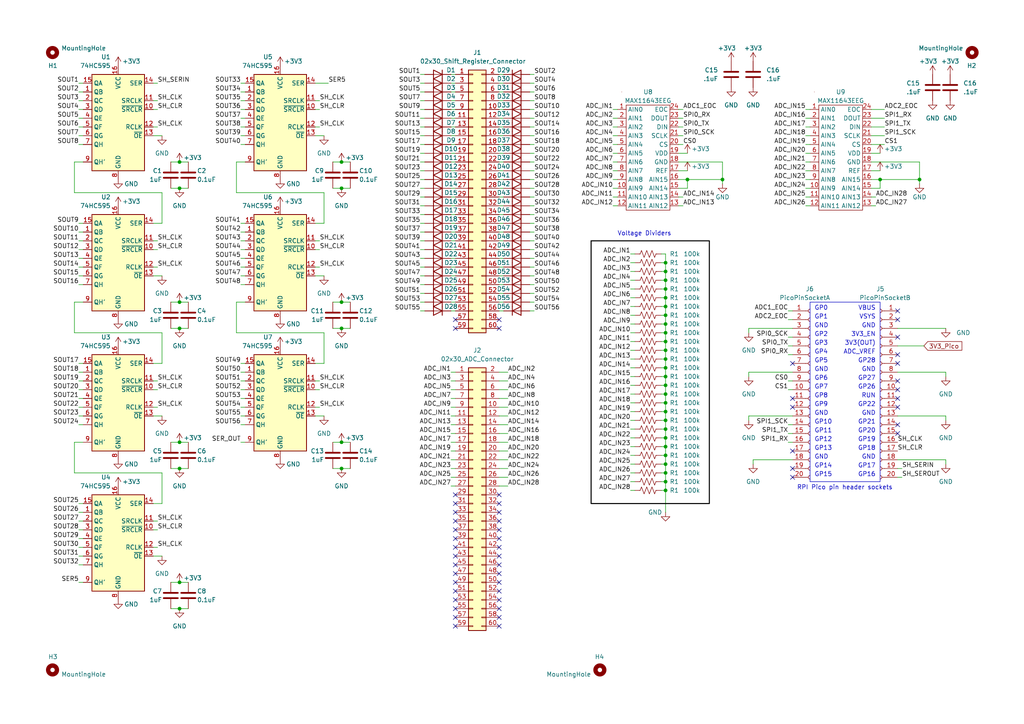
<source format=kicad_sch>
(kicad_sch (version 20230121) (generator eeschema)
  (paper "A4")
  (title_block (title "ECE406 Pressure Mat Interface PCB") (date "2023-12-05") (rev "1.5") (company "https://github.com/yoctometric/pressure-mat"))
  (lib_symbols
    (symbol "74xx:74HC595"
      (property "Reference" "U" (at -7.62 13.97 0))
      (property "Value" "74HC595" (at -7.62 -16.51 0))
      (symbol "74HC595_1_0"
        (pin tri_state line (at 10.16 7.62 180) (length 2.54) (name "QB") (number "1"))
        (pin input line (at -10.16 2.54 0) (length 2.54) (name "~{SRCLR}") (number "10"))
        (pin input line (at -10.16 5.08 0) (length 2.54) (name "SRCLK") (number "11"))
        (pin input line (at -10.16 -2.54 0) (length 2.54) (name "RCLK") (number "12"))
        (pin input line (at -10.16 -5.08 0) (length 2.54) (name "~{OE}") (number "13"))
        (pin input line (at -10.16 10.16 0) (length 2.54) (name "SER") (number "14"))
        (pin tri_state line (at 10.16 10.16 180) (length 2.54) (name "QA") (number "15"))
        (pin power_in line (at 0 15.24 270) (length 2.54) (name "VCC") (number "16"))
        (pin tri_state line (at 10.16 5.08 180) (length 2.54) (name "QC") (number "2"))
        (pin tri_state line (at 10.16 2.54 180) (length 2.54) (name "QD") (number "3"))
        (pin tri_state line (at 10.16 0 180) (length 2.54) (name "QE") (number "4"))
        (pin tri_state line (at 10.16 -2.54 180) (length 2.54) (name "QF") (number "5"))
        (pin tri_state line (at 10.16 -5.08 180) (length 2.54) (name "QG") (number "6"))
        (pin tri_state line (at 10.16 -7.62 180) (length 2.54) (name "QH") (number "7"))
        (pin power_in line (at 0 -17.78 90) (length 2.54) (name "GND") (number "8"))
        (pin output line (at 10.16 -12.7 180) (length 2.54) (name "QH'") (number "9"))
      )
    )
    (symbol "Capstone_Library:MAX11643EEG"
      (property "Reference" "U" (at -5.08 16.51 0))
      (symbol "MAX11643EEG_0_0"
        (pin input line (at -8.89 13.97 0) (length 2.54) (name "AIN0") (number "1"))
        (pin input line (at -8.89 -8.89 0) (length 2.54) (name "AIN9") (number "10"))
        (pin input line (at -8.89 -11.43 0) (length 2.54) (name "AIN10") (number "11"))
        (pin input line (at -8.89 -13.97 0) (length 2.54) (name "AIN11") (number "12"))
        (pin input line (at 8.89 -13.97 180) (length 2.54) (name "AIN12") (number "13"))
        (pin input line (at 8.89 -11.43 180) (length 2.54) (name "AIN13") (number "14"))
        (pin input line (at 8.89 -8.89 180) (length 2.54) (name "AIN14") (number "15"))
        (pin input line (at 8.89 -6.35 180) (length 2.54) (name "AIN15") (number "16"))
        (pin input line (at 8.89 -3.81 180) (length 2.54) (name "REF") (number "17"))
        (pin input line (at 8.89 -1.27 180) (length 2.54) (name "GND") (number "18"))
        (pin input line (at 8.89 1.27 180) (length 2.54) (name "VDD") (number "19"))
        (pin input line (at -8.89 11.43 0) (length 2.54) (name "AIN1") (number "2"))
        (pin input line (at 8.89 3.81 180) (length 2.54) (name "CS") (number "20"))
        (pin input line (at 8.89 6.35 180) (length 2.54) (name "SCLK") (number "21"))
        (pin input line (at 8.89 8.89 180) (length 2.54) (name "DIN") (number "22"))
        (pin output line (at 8.89 11.43 180) (length 2.54) (name "DOUT") (number "23"))
        (pin input line (at -8.89 8.89 0) (length 2.54) (name "AIN2") (number "3"))
        (pin input line (at -8.89 6.35 0) (length 2.54) (name "AIN3") (number "4"))
        (pin input line (at -8.89 3.81 0) (length 2.54) (name "AIN4") (number "5"))
        (pin input line (at -8.89 1.27 0) (length 2.54) (name "AIN5") (number "6"))
        (pin input line (at -8.89 -1.27 0) (length 2.54) (name "AIN6") (number "7"))
        (pin input line (at -8.89 -3.81 0) (length 2.54) (name "AIN7") (number "8"))
        (pin input line (at -8.89 -6.35 0) (length 2.54) (name "AIN8") (number "9"))
      )
      (symbol "MAX11643EEG_1_0"
        (pin input line (at 8.89 13.97 180) (length 2.54) (name "EOC") (number "24"))
      )
    )
    (symbol "Conn_02x30_Odd_Even_1" (pin_names (offset 1.016) hide)
      (property "Reference" "J" (at 1.27 38.1 0))
      (property "Value" "Conn_02x30_Odd_Even" (at 1.27 -40.64 0))
      (symbol "Conn_02x30_Odd_Even_1_1_1"
        (pin passive line (at -5.08 35.56 0) (length 3.81) (name "Pin_1") (number "1"))
        (pin passive line (at 7.62 25.4 180) (length 3.81) (name "Pin_10") (number "10"))
        (pin passive line (at -5.08 22.86 0) (length 3.81) (name "Pin_11") (number "11"))
        (pin passive line (at 7.62 22.86 180) (length 3.81) (name "Pin_12") (number "12"))
        (pin passive line (at -5.08 20.32 0) (length 3.81) (name "Pin_13") (number "13"))
        (pin passive line (at 7.62 20.32 180) (length 3.81) (name "Pin_14") (number "14"))
        (pin passive line (at -5.08 17.78 0) (length 3.81) (name "Pin_15") (number "15"))
        (pin passive line (at 7.62 17.78 180) (length 3.81) (name "Pin_16") (number "16"))
        (pin passive line (at -5.08 15.24 0) (length 3.81) (name "Pin_17") (number "17"))
        (pin passive line (at 7.62 15.24 180) (length 3.81) (name "Pin_18") (number "18"))
        (pin passive line (at -5.08 12.7 0) (length 3.81) (name "Pin_19") (number "19"))
        (pin passive line (at 7.62 35.56 180) (length 3.81) (name "Pin_2") (number "2"))
        (pin passive line (at 7.62 12.7 180) (length 3.81) (name "Pin_20") (number "20"))
        (pin passive line (at -5.08 10.16 0) (length 3.81) (name "Pin_21") (number "21"))
        (pin passive line (at 7.62 10.16 180) (length 3.81) (name "Pin_22") (number "22"))
        (pin passive line (at -5.08 7.62 0) (length 3.81) (name "Pin_23") (number "23"))
        (pin passive line (at 7.62 7.62 180) (length 3.81) (name "Pin_24") (number "24"))
        (pin passive line (at -5.08 5.08 0) (length 3.81) (name "Pin_25") (number "25"))
        (pin passive line (at 7.62 5.08 180) (length 3.81) (name "Pin_26") (number "26"))
        (pin passive line (at -5.08 2.54 0) (length 3.81) (name "Pin_27") (number "27"))
        (pin passive line (at 7.62 2.54 180) (length 3.81) (name "Pin_28") (number "28"))
        (pin passive line (at -5.08 0 0) (length 3.81) (name "Pin_29") (number "29"))
        (pin passive line (at -5.08 33.02 0) (length 3.81) (name "Pin_3") (number "3"))
        (pin passive line (at 7.62 0 180) (length 3.81) (name "Pin_30") (number "30"))
        (pin passive line (at -5.08 -2.54 0) (length 3.81) (name "Pin_31") (number "31"))
        (pin passive line (at 7.62 -2.54 180) (length 3.81) (name "Pin_32") (number "32"))
        (pin passive line (at -5.08 -5.08 0) (length 3.81) (name "Pin_33") (number "33"))
        (pin passive line (at 7.62 -5.08 180) (length 3.81) (name "Pin_34") (number "34"))
        (pin passive line (at -5.08 -7.62 0) (length 3.81) (name "Pin_35") (number "35"))
        (pin passive line (at 7.62 -7.62 180) (length 3.81) (name "Pin_36") (number "36"))
        (pin passive line (at -5.08 -10.16 0) (length 3.81) (name "Pin_37") (number "37"))
        (pin passive line (at 7.62 -10.16 180) (length 3.81) (name "Pin_38") (number "38"))
        (pin passive line (at -5.08 -12.7 0) (length 3.81) (name "Pin_39") (number "39"))
        (pin passive line (at 7.62 33.02 180) (length 3.81) (name "Pin_4") (number "4"))
        (pin passive line (at 7.62 -12.7 180) (length 3.81) (name "Pin_40") (number "40"))
        (pin passive line (at -5.08 -15.24 0) (length 3.81) (name "Pin_41") (number "41"))
        (pin passive line (at 7.62 -15.24 180) (length 3.81) (name "Pin_42") (number "42"))
        (pin passive line (at -5.08 -17.78 0) (length 3.81) (name "Pin_43") (number "43"))
        (pin passive line (at 7.62 -17.78 180) (length 3.81) (name "Pin_44") (number "44"))
        (pin passive line (at -5.08 -20.32 0) (length 3.81) (name "Pin_45") (number "45"))
        (pin passive line (at 7.62 -20.32 180) (length 3.81) (name "Pin_46") (number "46"))
        (pin passive line (at -5.08 -22.86 0) (length 3.81) (name "Pin_47") (number "47"))
        (pin passive line (at 7.62 -22.86 180) (length 3.81) (name "Pin_48") (number "48"))
        (pin passive line (at -5.08 -25.4 0) (length 3.81) (name "Pin_49") (number "49"))
        (pin passive line (at -5.08 30.48 0) (length 3.81) (name "Pin_5") (number "5"))
        (pin passive line (at 7.62 -25.4 180) (length 3.81) (name "Pin_50") (number "50"))
        (pin passive line (at -5.08 -27.94 0) (length 3.81) (name "Pin_51") (number "51"))
        (pin passive line (at 7.62 -27.94 180) (length 3.81) (name "Pin_52") (number "52"))
        (pin passive line (at -5.08 -30.48 0) (length 3.81) (name "Pin_53") (number "53"))
        (pin passive line (at 7.62 -30.48 180) (length 3.81) (name "Pin_54") (number "54"))
        (pin passive line (at -5.08 -33.02 0) (length 3.81) (name "Pin_55") (number "55"))
        (pin passive line (at 7.62 -33.02 180) (length 3.81) (name "Pin_56") (number "56"))
        (pin passive line (at -5.08 -35.56 0) (length 3.81) (name "Pin_57") (number "57"))
        (pin passive line (at 7.62 -35.56 180) (length 3.81) (name "Pin_58") (number "58"))
        (pin passive line (at -5.08 -38.1 0) (length 3.81) (name "Pin_59") (number "59"))
        (pin passive line (at 7.62 30.48 180) (length 3.81) (name "Pin_6") (number "6"))
        (pin passive line (at 7.62 -38.1 180) (length 3.81) (name "Pin_60") (number "60"))
        (pin passive line (at -5.08 27.94 0) (length 3.81) (name "Pin_7") (number "7"))
        (pin passive line (at 7.62 27.94 180) (length 3.81) (name "Pin_8") (number "8"))
        (pin passive line (at -5.08 25.4 0) (length 3.81) (name "Pin_9") (number "9"))
      )
    )
    (symbol "Connector:Conn_01x20_Socket" (pin_names (offset 1.016) hide)
      (property "Reference" "J" (at 0 25.4 0))
      (property "Value" "Conn_01x20_Socket" (at 0 -27.94 0))
      (symbol "Conn_01x20_Socket_1_1"
        (pin passive line (at -5.08 22.86 0) (length 3.81) (name "Pin_1") (number "1"))
        (pin passive line (at -5.08 0 0) (length 3.81) (name "Pin_10") (number "10"))
        (pin passive line (at -5.08 -2.54 0) (length 3.81) (name "Pin_11") (number "11"))
        (pin passive line (at -5.08 -5.08 0) (length 3.81) (name "Pin_12") (number "12"))
        (pin passive line (at -5.08 -7.62 0) (length 3.81) (name "Pin_13") (number "13"))
        (pin passive line (at -5.08 -10.16 0) (length 3.81) (name "Pin_14") (number "14"))
        (pin passive line (at -5.08 -12.7 0) (length 3.81) (name "Pin_15") (number "15"))
        (pin passive line (at -5.08 -15.24 0) (length 3.81) (name "Pin_16") (number "16"))
        (pin passive line (at -5.08 -17.78 0) (length 3.81) (name "Pin_17") (number "17"))
        (pin passive line (at -5.08 -20.32 0) (length 3.81) (name "Pin_18") (number "18"))
        (pin passive line (at -5.08 -22.86 0) (length 3.81) (name "Pin_19") (number "19"))
        (pin passive line (at -5.08 20.32 0) (length 3.81) (name "Pin_2") (number "2"))
        (pin passive line (at -5.08 -25.4 0) (length 3.81) (name "Pin_20") (number "20"))
        (pin passive line (at -5.08 17.78 0) (length 3.81) (name "Pin_3") (number "3"))
        (pin passive line (at -5.08 15.24 0) (length 3.81) (name "Pin_4") (number "4"))
        (pin passive line (at -5.08 12.7 0) (length 3.81) (name "Pin_5") (number "5"))
        (pin passive line (at -5.08 10.16 0) (length 3.81) (name "Pin_6") (number "6"))
        (pin passive line (at -5.08 7.62 0) (length 3.81) (name "Pin_7") (number "7"))
        (pin passive line (at -5.08 5.08 0) (length 3.81) (name "Pin_8") (number "8"))
        (pin passive line (at -5.08 2.54 0) (length 3.81) (name "Pin_9") (number "9"))
      )
    )
    (symbol "Connector_Generic:Conn_02x30_Odd_Even" (pin_names (offset 1.016) hide)
      (property "Reference" "J" (at 1.27 38.1 0))
      (property "Value" "Conn_02x30_Odd_Even" (at 1.27 -40.64 0))
      (symbol "Conn_02x30_Odd_Even_1_1"
        (pin passive line (at -5.08 35.56 0) (length 3.81) (name "Pin_1") (number "1"))
        (pin passive line (at 7.62 25.4 180) (length 3.81) (name "Pin_10") (number "10"))
        (pin passive line (at -5.08 22.86 0) (length 3.81) (name "Pin_11") (number "11"))
        (pin passive line (at 7.62 22.86 180) (length 3.81) (name "Pin_12") (number "12"))
        (pin passive line (at -5.08 20.32 0) (length 3.81) (name "Pin_13") (number "13"))
        (pin passive line (at 7.62 20.32 180) (length 3.81) (name "Pin_14") (number "14"))
        (pin passive line (at -5.08 17.78 0) (length 3.81) (name "Pin_15") (number "15"))
        (pin passive line (at 7.62 17.78 180) (length 3.81) (name "Pin_16") (number "16"))
        (pin passive line (at -5.08 15.24 0) (length 3.81) (name "Pin_17") (number "17"))
        (pin passive line (at 7.62 15.24 180) (length 3.81) (name "Pin_18") (number "18"))
        (pin passive line (at -5.08 12.7 0) (length 3.81) (name "Pin_19") (number "19"))
        (pin passive line (at 7.62 35.56 180) (length 3.81) (name "Pin_2") (number "2"))
        (pin passive line (at 7.62 12.7 180) (length 3.81) (name "Pin_20") (number "20"))
        (pin passive line (at -5.08 10.16 0) (length 3.81) (name "Pin_21") (number "21"))
        (pin passive line (at 7.62 10.16 180) (length 3.81) (name "Pin_22") (number "22"))
        (pin passive line (at -5.08 7.62 0) (length 3.81) (name "Pin_23") (number "23"))
        (pin passive line (at 7.62 7.62 180) (length 3.81) (name "Pin_24") (number "24"))
        (pin passive line (at -5.08 5.08 0) (length 3.81) (name "Pin_25") (number "25"))
        (pin passive line (at 7.62 5.08 180) (length 3.81) (name "Pin_26") (number "26"))
        (pin passive line (at -5.08 2.54 0) (length 3.81) (name "Pin_27") (number "27"))
        (pin passive line (at 7.62 2.54 180) (length 3.81) (name "Pin_28") (number "28"))
        (pin passive line (at -5.08 0 0) (length 3.81) (name "Pin_29") (number "29"))
        (pin passive line (at -5.08 33.02 0) (length 3.81) (name "Pin_3") (number "3"))
        (pin passive line (at 7.62 0 180) (length 3.81) (name "Pin_30") (number "30"))
        (pin passive line (at -5.08 -2.54 0) (length 3.81) (name "Pin_31") (number "31"))
        (pin passive line (at 7.62 -2.54 180) (length 3.81) (name "Pin_32") (number "32"))
        (pin passive line (at -5.08 -5.08 0) (length 3.81) (name "Pin_33") (number "33"))
        (pin passive line (at 7.62 -5.08 180) (length 3.81) (name "Pin_34") (number "34"))
        (pin passive line (at -5.08 -7.62 0) (length 3.81) (name "Pin_35") (number "35"))
        (pin passive line (at 7.62 -7.62 180) (length 3.81) (name "Pin_36") (number "36"))
        (pin passive line (at -5.08 -10.16 0) (length 3.81) (name "Pin_37") (number "37"))
        (pin passive line (at 7.62 -10.16 180) (length 3.81) (name "Pin_38") (number "38"))
        (pin passive line (at -5.08 -12.7 0) (length 3.81) (name "Pin_39") (number "39"))
        (pin passive line (at 7.62 33.02 180) (length 3.81) (name "Pin_4") (number "4"))
        (pin passive line (at 7.62 -12.7 180) (length 3.81) (name "Pin_40") (number "40"))
        (pin passive line (at -5.08 -15.24 0) (length 3.81) (name "Pin_41") (number "41"))
        (pin passive line (at 7.62 -15.24 180) (length 3.81) (name "Pin_42") (number "42"))
        (pin passive line (at -5.08 -17.78 0) (length 3.81) (name "Pin_43") (number "43"))
        (pin passive line (at 7.62 -17.78 180) (length 3.81) (name "Pin_44") (number "44"))
        (pin passive line (at -5.08 -20.32 0) (length 3.81) (name "Pin_45") (number "45"))
        (pin passive line (at 7.62 -20.32 180) (length 3.81) (name "Pin_46") (number "46"))
        (pin passive line (at -5.08 -22.86 0) (length 3.81) (name "Pin_47") (number "47"))
        (pin passive line (at 7.62 -22.86 180) (length 3.81) (name "Pin_48") (number "48"))
        (pin passive line (at -5.08 -25.4 0) (length 3.81) (name "Pin_49") (number "49"))
        (pin passive line (at -5.08 30.48 0) (length 3.81) (name "Pin_5") (number "5"))
        (pin passive line (at 7.62 -25.4 180) (length 3.81) (name "Pin_50") (number "50"))
        (pin passive line (at -5.08 -27.94 0) (length 3.81) (name "Pin_51") (number "51"))
        (pin passive line (at 7.62 -27.94 180) (length 3.81) (name "Pin_52") (number "52"))
        (pin passive line (at -5.08 -30.48 0) (length 3.81) (name "Pin_53") (number "53"))
        (pin passive line (at 7.62 -30.48 180) (length 3.81) (name "Pin_54") (number "54"))
        (pin passive line (at -5.08 -33.02 0) (length 3.81) (name "Pin_55") (number "55"))
        (pin passive line (at 7.62 -33.02 180) (length 3.81) (name "Pin_56") (number "56"))
        (pin passive line (at -5.08 -35.56 0) (length 3.81) (name "Pin_57") (number "57"))
        (pin passive line (at 7.62 -35.56 180) (length 3.81) (name "Pin_58") (number "58"))
        (pin passive line (at -5.08 -38.1 0) (length 3.81) (name "Pin_59") (number "59"))
        (pin passive line (at 7.62 30.48 180) (length 3.81) (name "Pin_6") (number "6"))
        (pin passive line (at 7.62 -38.1 180) (length 3.81) (name "Pin_60") (number "60"))
        (pin passive line (at -5.08 27.94 0) (length 3.81) (name "Pin_7") (number "7"))
        (pin passive line (at 7.62 27.94 180) (length 3.81) (name "Pin_8") (number "8"))
        (pin passive line (at -5.08 25.4 0) (length 3.81) (name "Pin_9") (number "9"))
      )
    )
    (symbol "Device:C" (pin_numbers hide) (pin_names (offset 0.254))
      (property "Reference" "C" (at 0.635 2.54 0))
      (property "Value" "C" (at 0.635 -2.54 0))
      (symbol "C_1_1"
        (pin passive line (at 0 3.81 270) (length 2.794) (name "~") (number "1"))
        (pin passive line (at 0 -3.81 90) (length 2.794) (name "~") (number "2"))
      )
    )
    (symbol "Device:R_US" (pin_numbers hide) (pin_names (offset 0))
      (property "Reference" "R" (at 2.54 0 90))
      (property "Value" "R_US" (at -2.54 0 90))
      (symbol "R_US_1_1"
        (pin passive line (at 0 3.81 270) (length 1.27) (name "~") (number "1"))
        (pin passive line (at 0 -3.81 90) (length 1.27) (name "~") (number "2"))
      )
    )
    (symbol "Diode:MMSD4148" (pin_numbers hide) (pin_names hide)
      (property "Reference" "D" (at 0 2.54 0))
      (property "Value" "MMSD4148" (at 0 -2.54 0))
      (symbol "MMSD4148_1_1"
        (pin passive line (at -3.81 0 0) (length 2.54) (name "K") (number "1"))
        (pin passive line (at 3.81 0 180) (length 2.54) (name "A") (number "2"))
      )
    )
    (symbol "MAX11643EEG_1"
      (property "Reference" "U" (at -5.08 16.51 0))
      (symbol "MAX11643EEG_1_0_0"
        (pin input line (at -8.89 13.97 0) (length 2.54) (name "AIN0") (number "1"))
        (pin input line (at -8.89 -8.89 0) (length 2.54) (name "AIN9") (number "10"))
        (pin input line (at -8.89 -11.43 0) (length 2.54) (name "AIN10") (number "11"))
        (pin input line (at -8.89 -13.97 0) (length 2.54) (name "AIN11") (number "12"))
        (pin input line (at 8.89 -13.97 180) (length 2.54) (name "AIN12") (number "13"))
        (pin input line (at 8.89 -11.43 180) (length 2.54) (name "AIN13") (number "14"))
        (pin input line (at 8.89 -8.89 180) (length 2.54) (name "AIN14") (number "15"))
        (pin input line (at 8.89 -6.35 180) (length 2.54) (name "AIN15") (number "16"))
        (pin input line (at 8.89 -3.81 180) (length 2.54) (name "REF") (number "17"))
        (pin input line (at 8.89 -1.27 180) (length 2.54) (name "GND") (number "18"))
        (pin input line (at 8.89 1.27 180) (length 2.54) (name "VDD") (number "19"))
        (pin input line (at -8.89 11.43 0) (length 2.54) (name "AIN1") (number "2"))
        (pin input line (at 8.89 3.81 180) (length 2.54) (name "CS") (number "20"))
        (pin input line (at 8.89 6.35 180) (length 2.54) (name "SCLK") (number "21"))
        (pin input line (at 8.89 8.89 180) (length 2.54) (name "DIN") (number "22"))
        (pin output line (at 8.89 11.43 180) (length 2.54) (name "DOUT") (number "23"))
        (pin input line (at -8.89 8.89 0) (length 2.54) (name "AIN2") (number "3"))
        (pin input line (at -8.89 6.35 0) (length 2.54) (name "AIN3") (number "4"))
        (pin input line (at -8.89 3.81 0) (length 2.54) (name "AIN4") (number "5"))
        (pin input line (at -8.89 1.27 0) (length 2.54) (name "AIN5") (number "6"))
        (pin input line (at -8.89 -1.27 0) (length 2.54) (name "AIN6") (number "7"))
        (pin input line (at -8.89 -3.81 0) (length 2.54) (name "AIN7") (number "8"))
        (pin input line (at -8.89 -6.35 0) (length 2.54) (name "AIN8") (number "9"))
      )
      (symbol "MAX11643EEG_1_1_0"
        (pin input line (at 8.89 13.97 180) (length 2.54) (name "EOC") (number "24"))
      )
    )
    (symbol "Mechanical:MountingHole" (pin_names (offset 1.016))
      (property "Reference" "H" (at 0 5.08 0))
      (property "Value" "MountingHole" (at 0 3.175 0))
    )
    (symbol "power:+3V3" (power) (pin_names (offset 0))
      (property "Value" "+3V3" (at 0 3.556 0))
      (symbol "+3V3_1_1"
        (pin power_in line (at 0 0 90) (length 0) hide (name "+3V3") (number "1"))
      )
    )
    (symbol "power:GND" (power) (pin_names (offset 0))
      (property "Value" "GND" (at 0 -3.81 0))
      (symbol "GND_1_1"
        (pin power_in line (at 0 0 270) (length 0) hide (name "GND") (number "1"))
      )
    )
  )
  (junction (at 193.04 93.98))
  (junction (at 193.04 137.16))
  (junction (at 193.04 96.52))
  (junction (at 99.06 135.89))
  (junction (at 52.07 128.27))
  (junction (at 193.04 106.68))
  (junction (at 199.39 52.07))
  (junction (at 193.04 114.3))
  (junction (at 99.06 128.27))
  (junction (at 99.06 95.25))
  (junction (at 193.04 139.7))
  (junction (at 193.04 134.62))
  (junction (at 193.04 88.9))
  (junction (at 193.04 101.6))
  (junction (at 193.04 91.44))
  (junction (at 193.04 109.22))
  (junction (at 193.04 121.92))
  (junction (at 193.04 127))
  (junction (at 193.04 78.74))
  (junction (at 193.04 76.2))
  (junction (at 52.07 95.25))
  (junction (at 52.07 176.53))
  (junction (at 52.07 46.99))
  (junction (at 255.27 52.07))
  (junction (at 193.04 116.84))
  (junction (at 193.04 86.36))
  (junction (at 193.04 124.46))
  (junction (at 193.04 142.24))
  (junction (at 52.07 168.91))
  (junction (at 193.04 129.54))
  (junction (at 99.06 54.61))
  (junction (at 193.04 104.14))
  (junction (at 193.04 99.06))
  (junction (at 193.04 119.38))
  (junction (at 193.04 83.82))
  (junction (at 52.07 54.61))
  (junction (at 99.06 87.63))
  (junction (at 99.06 46.99))
  (junction (at 266.7 52.07))
  (junction (at 52.07 87.63))
  (junction (at 193.04 132.08))
  (junction (at 52.07 135.89))
  (junction (at 193.04 81.28))
  (junction (at 209.55 52.07))
  (junction (at 193.04 111.76))
  (no_connect (at 144.78 92.71))
  (no_connect (at 144.78 156.21))
  (no_connect (at 144.78 161.29))
  (no_connect (at 144.78 143.51))
  (no_connect (at 260.35 90.17))
  (no_connect (at 144.78 146.05))
  (no_connect (at 132.08 148.59))
  (no_connect (at 132.08 173.99))
  (no_connect (at 144.78 95.25))
  (no_connect (at 260.35 123.19))
  (no_connect (at 260.35 125.73))
  (no_connect (at 132.08 92.71))
  (no_connect (at 132.08 166.37))
  (no_connect (at 144.78 148.59))
  (no_connect (at 132.08 153.67))
  (no_connect (at 144.78 173.99))
  (no_connect (at 132.08 181.61))
  (no_connect (at 260.35 102.87))
  (no_connect (at 260.35 97.79))
  (no_connect (at 144.78 163.83))
  (no_connect (at 229.87 105.41))
  (no_connect (at 229.87 115.57))
  (no_connect (at 144.78 168.91))
  (no_connect (at 144.78 179.07))
  (no_connect (at 132.08 171.45))
  (no_connect (at 260.35 105.41))
  (no_connect (at 144.78 166.37))
  (no_connect (at 132.08 168.91))
  (no_connect (at 132.08 156.21))
  (no_connect (at 229.87 138.43))
  (no_connect (at 132.08 143.51))
  (no_connect (at 132.08 146.05))
  (no_connect (at 229.87 135.89))
  (no_connect (at 144.78 158.75))
  (no_connect (at 260.35 113.03))
  (no_connect (at 132.08 161.29))
  (no_connect (at 132.08 158.75))
  (no_connect (at 132.08 176.53))
  (no_connect (at 144.78 181.61))
  (no_connect (at 132.08 179.07))
  (no_connect (at 260.35 92.71))
  (no_connect (at 144.78 176.53))
  (no_connect (at 132.08 95.25))
  (no_connect (at 144.78 171.45))
  (no_connect (at 132.08 163.83))
  (no_connect (at 260.35 115.57))
  (no_connect (at 144.78 153.67))
  (no_connect (at 260.35 110.49))
  (no_connect (at 132.08 151.13))
  (no_connect (at 144.78 151.13))
  (no_connect (at 229.87 130.81))
  (no_connect (at 229.87 118.11))
  (no_connect (at 260.35 118.11))
  (wire (pts (xy 233.68 46.99) (xy 234.95 46.99)))
  (wire (pts (xy 45.72 113.03) (xy 44.45 113.03)))
  (wire (pts (xy 99.06 128.27) (xy 101.6 128.27)))
  (wire (pts (xy 130.81 44.45) (xy 132.08 44.45)))
  (wire (pts (xy 177.8 52.07) (xy 179.07 52.07)))
  (wire (pts (xy 146.05 59.69) (xy 144.78 59.69)))
  (wire (pts (xy 193.04 124.46) (xy 193.04 127)))
  (wire (pts (xy 44.45 110.49) (xy 45.72 110.49)))
  (wire (pts (xy 68.58 96.52) (xy 93.98 96.52)))
  (wire (pts (xy 144.78 107.95) (xy 147.32 107.95)))
  (wire (pts (xy 130.81 41.91) (xy 132.08 41.91)))
  (wire (pts (xy 191.77 86.36) (xy 193.04 86.36)))
  (wire (pts (xy 193.04 116.84) (xy 193.04 119.38)))
  (wire (pts (xy 198.12 34.29) (xy 196.85 34.29)))
  (wire (pts (xy 44.45 29.21) (xy 45.72 29.21)))
  (wire (pts (xy 21.59 55.88) (xy 46.99 55.88)))
  (wire (pts (xy 193.04 91.44) (xy 193.04 93.98)))
  (wire (pts (xy 144.78 130.81) (xy 147.32 130.81)))
  (wire (pts (xy 274.32 121.92) (xy 274.32 120.65)))
  (wire (pts (xy 146.05 87.63) (xy 144.78 87.63)))
  (wire (pts (xy 69.85 113.03) (xy 71.12 113.03)))
  (wire (pts (xy 22.86 72.39) (xy 24.13 72.39)))
  (wire (pts (xy 52.07 95.25) (xy 49.53 95.25)))
  (wire (pts (xy 93.98 120.65) (xy 91.44 120.65)))
  (wire (pts (xy 191.77 104.14) (xy 193.04 104.14)))
  (wire (pts (xy 252.73 44.45) (xy 255.27 44.45)))
  (wire (pts (xy 46.99 96.52) (xy 46.99 105.41)))
  (wire (pts (xy 44.45 69.85) (xy 45.72 69.85)))
  (wire (pts (xy 191.77 91.44) (xy 193.04 91.44)))
  (wire (pts (xy 191.77 127) (xy 193.04 127)))
  (wire (pts (xy 130.81 123.19) (xy 132.08 123.19)))
  (wire (pts (xy 177.8 31.75) (xy 179.07 31.75)))
  (wire (pts (xy 217.17 96.52) (xy 217.17 95.25)))
  (wire (pts (xy 146.05 57.15) (xy 144.78 57.15)))
  (wire (pts (xy 52.07 54.61) (xy 54.61 54.61)))
  (wire (pts (xy 146.05 69.85) (xy 144.78 69.85)))
  (wire (pts (xy 256.54 36.83) (xy 252.73 36.83)))
  (wire (pts (xy 22.86 153.67) (xy 24.13 153.67)))
  (wire (pts (xy 196.85 44.45) (xy 199.39 44.45)))
  (wire (pts (xy 121.92 67.31) (xy 123.19 67.31)))
  (wire (pts (xy 22.86 64.77) (xy 24.13 64.77)))
  (wire (pts (xy 52.07 95.25) (xy 54.61 95.25)))
  (wire (pts (xy 121.92 31.75) (xy 123.19 31.75)))
  (wire (pts (xy 69.85 64.77) (xy 71.12 64.77)))
  (wire (pts (xy 130.81 130.81) (xy 132.08 130.81)))
  (wire (pts (xy 228.6 97.79) (xy 229.87 97.79)))
  (wire (pts (xy 182.88 86.36) (xy 184.15 86.36)))
  (wire (pts (xy 44.45 36.83) (xy 45.72 36.83)))
  (wire (pts (xy 144.78 128.27) (xy 147.32 128.27)))
  (wire (pts (xy 182.88 83.82) (xy 184.15 83.82)))
  (wire (pts (xy 193.04 109.22) (xy 193.04 111.76)))
  (wire (pts (xy 274.32 120.65) (xy 260.35 120.65)))
  (wire (pts (xy 193.04 142.24) (xy 191.77 142.24)))
  (wire (pts (xy 193.04 132.08) (xy 193.04 134.62)))
  (wire (pts (xy 177.8 49.53) (xy 179.07 49.53)))
  (wire (pts (xy 182.88 132.08) (xy 184.15 132.08)))
  (wire (pts (xy 91.44 118.11) (xy 92.71 118.11)))
  (wire (pts (xy 191.77 119.38) (xy 193.04 119.38)))
  (wire (pts (xy 153.67 44.45) (xy 154.94 44.45)))
  (wire (pts (xy 218.44 134.62) (xy 218.44 133.35)))
  (wire (pts (xy 69.85 72.39) (xy 71.12 72.39)))
  (wire (pts (xy 130.81 62.23) (xy 132.08 62.23)))
  (wire (pts (xy 130.81 133.35) (xy 132.08 133.35)))
  (wire (pts (xy 182.88 93.98) (xy 184.15 93.98)))
  (wire (pts (xy 193.04 129.54) (xy 193.04 132.08)))
  (wire (pts (xy 69.85 34.29) (xy 71.12 34.29)))
  (wire (pts (xy 69.85 24.13) (xy 71.12 24.13)))
  (wire (pts (xy 69.85 110.49) (xy 71.12 110.49)))
  (wire (pts (xy 130.81 59.69) (xy 132.08 59.69)))
  (wire (pts (xy 153.67 34.29) (xy 154.94 34.29)))
  (wire (pts (xy 99.06 87.63) (xy 101.6 87.63)))
  (wire (pts (xy 199.39 52.07) (xy 209.55 52.07)))
  (wire (pts (xy 130.81 107.95) (xy 132.08 107.95)))
  (wire (pts (xy 153.67 77.47) (xy 154.94 77.47)))
  (wire (pts (xy 69.85 128.27) (xy 71.12 128.27)))
  (wire (pts (xy 22.86 29.21) (xy 24.13 29.21)))
  (wire (pts (xy 274.32 134.62) (xy 274.32 133.35)))
  (wire (pts (xy 121.92 34.29) (xy 123.19 34.29)))
  (wire (pts (xy 228.6 100.33) (xy 229.87 100.33)))
  (wire (pts (xy 130.81 140.97) (xy 132.08 140.97)))
  (wire (pts (xy 274.32 107.95) (xy 260.35 107.95)))
  (wire (pts (xy 191.77 124.46) (xy 193.04 124.46)))
  (wire (pts (xy 191.77 121.92) (xy 193.04 121.92)))
  (wire (pts (xy 68.58 55.88) (xy 93.98 55.88)))
  (wire (pts (xy 22.86 161.29) (xy 24.13 161.29)))
  (wire (pts (xy 121.92 39.37) (xy 123.19 39.37)))
  (wire (pts (xy 46.99 137.16) (xy 46.99 146.05)))
  (wire (pts (xy 153.67 72.39) (xy 154.94 72.39)))
  (wire (pts (xy 233.68 57.15) (xy 234.95 57.15)))
  (wire (pts (xy 146.05 39.37) (xy 144.78 39.37)))
  (wire (pts (xy 209.55 53.34) (xy 209.55 52.07)))
  (wire (pts (xy 69.85 123.19) (xy 71.12 123.19)))
  (wire (pts (xy 193.04 96.52) (xy 193.04 99.06)))
  (wire (pts (xy 91.44 36.83) (xy 92.71 36.83)))
  (wire (pts (xy 198.12 39.37) (xy 196.85 39.37)))
  (wire (pts (xy 22.86 36.83) (xy 24.13 36.83)))
  (wire (pts (xy 22.86 151.13) (xy 24.13 151.13)))
  (wire (pts (xy 130.81 46.99) (xy 132.08 46.99)))
  (wire (pts (xy 177.8 44.45) (xy 179.07 44.45)))
  (wire (pts (xy 153.67 24.13) (xy 154.94 24.13)))
  (wire (pts (xy 144.78 115.57) (xy 147.32 115.57)))
  (wire (pts (xy 130.81 90.17) (xy 132.08 90.17)))
  (wire (pts (xy 93.98 96.52) (xy 93.98 105.41)))
  (wire (pts (xy 52.07 176.53) (xy 49.53 176.53)))
  (wire (pts (xy 182.88 124.46) (xy 184.15 124.46)))
  (wire (pts (xy 177.8 36.83) (xy 179.07 36.83)))
  (wire (pts (xy 146.05 80.01) (xy 144.78 80.01)))
  (wire (pts (xy 146.05 34.29) (xy 144.78 34.29)))
  (wire (pts (xy 153.67 21.59) (xy 154.94 21.59)))
  (wire (pts (xy 69.85 69.85) (xy 71.12 69.85)))
  (wire (pts (xy 69.85 41.91) (xy 71.12 41.91)))
  (wire (pts (xy 228.6 128.27) (xy 229.87 128.27)))
  (wire (pts (xy 228.6 92.71) (xy 229.87 92.71)))
  (wire (pts (xy 182.88 134.62) (xy 184.15 134.62)))
  (wire (pts (xy 130.81 57.15) (xy 132.08 57.15)))
  (wire (pts (xy 153.67 69.85) (xy 154.94 69.85)))
  (wire (pts (xy 93.98 80.01) (xy 91.44 80.01)))
  (wire (pts (xy 193.04 101.6) (xy 193.04 104.14)))
  (wire (pts (xy 199.39 52.07) (xy 199.39 54.61)))
  (wire (pts (xy 182.88 81.28) (xy 184.15 81.28)))
  (wire (pts (xy 22.86 163.83) (xy 24.13 163.83)))
  (wire (pts (xy 217.17 107.95) (xy 229.87 107.95)))
  (wire (pts (xy 153.67 29.21) (xy 154.94 29.21)))
  (wire (pts (xy 21.59 87.63) (xy 21.59 96.52)))
  (wire (pts (xy 22.86 82.55) (xy 24.13 82.55)))
  (wire (pts (xy 153.67 36.83) (xy 154.94 36.83)))
  (wire (pts (xy 191.77 88.9) (xy 193.04 88.9)))
  (wire (pts (xy 69.85 105.41) (xy 71.12 105.41)))
  (wire (pts (xy 153.67 85.09) (xy 154.94 85.09)))
  (wire (pts (xy 191.77 114.3) (xy 193.04 114.3)))
  (wire (pts (xy 130.81 34.29) (xy 132.08 34.29)))
  (wire (pts (xy 233.68 54.61) (xy 234.95 54.61)))
  (wire (pts (xy 52.07 176.53) (xy 54.61 176.53)))
  (wire (pts (xy 256.54 34.29) (xy 252.73 34.29)))
  (wire (pts (xy 121.92 52.07) (xy 123.19 52.07)))
  (wire (pts (xy 233.68 49.53) (xy 234.95 49.53)))
  (wire (pts (xy 93.98 105.41) (xy 91.44 105.41)))
  (wire (pts (xy 49.53 46.99) (xy 52.07 46.99)))
  (wire (pts (xy 99.06 46.99) (xy 101.6 46.99)))
  (wire (pts (xy 46.99 39.37) (xy 44.45 39.37)))
  (wire (pts (xy 146.05 64.77) (xy 144.78 64.77)))
  (wire (pts (xy 153.67 49.53) (xy 154.94 49.53)))
  (wire (pts (xy 228.6 90.17) (xy 229.87 90.17)))
  (wire (pts (xy 121.92 59.69) (xy 123.19 59.69)))
  (wire (pts (xy 130.81 82.55) (xy 132.08 82.55)))
  (wire (pts (xy 153.67 54.61) (xy 154.94 54.61)))
  (wire (pts (xy 99.06 135.89) (xy 96.52 135.89)))
  (wire (pts (xy 146.05 44.45) (xy 144.78 44.45)))
  (wire (pts (xy 191.77 139.7) (xy 193.04 139.7)))
  (wire (pts (xy 193.04 86.36) (xy 193.04 88.9)))
  (wire (pts (xy 52.07 128.27) (xy 54.61 128.27)))
  (wire (pts (xy 22.86 74.93) (xy 24.13 74.93)))
  (wire (pts (xy 22.86 34.29) (xy 24.13 34.29)))
  (wire (pts (xy 24.13 128.27) (xy 21.59 128.27)))
  (wire (pts (xy 182.88 73.66) (xy 184.15 73.66)))
  (wire (pts (xy 146.05 31.75) (xy 144.78 31.75)))
  (wire (pts (xy 69.85 118.11) (xy 71.12 118.11)))
  (wire (pts (xy 130.81 125.73) (xy 132.08 125.73)))
  (wire (pts (xy 274.32 95.25) (xy 260.35 95.25)))
  (wire (pts (xy 146.05 41.91) (xy 144.78 41.91)))
  (wire (pts (xy 46.99 80.01) (xy 44.45 80.01)))
  (wire (pts (xy 193.04 76.2) (xy 193.04 78.74)))
  (wire (pts (xy 228.6 123.19) (xy 229.87 123.19)))
  (wire (pts (xy 121.92 54.61) (xy 123.19 54.61)))
  (wire (pts (xy 191.77 132.08) (xy 193.04 132.08)))
  (wire (pts (xy 99.06 95.25) (xy 101.6 95.25)))
  (wire (pts (xy 146.05 85.09) (xy 144.78 85.09)))
  (wire (pts (xy 52.07 168.91) (xy 54.61 168.91)))
  (wire (pts (xy 153.67 52.07) (xy 154.94 52.07)))
  (wire (pts (xy 121.92 69.85) (xy 123.19 69.85)))
  (wire (pts (xy 69.85 39.37) (xy 71.12 39.37)))
  (wire (pts (xy 191.77 134.62) (xy 193.04 134.62)))
  (wire (pts (xy 144.78 110.49) (xy 147.32 110.49)))
  (wire (pts (xy 182.88 88.9) (xy 184.15 88.9)))
  (wire (pts (xy 22.86 107.95) (xy 24.13 107.95)))
  (wire (pts (xy 130.81 74.93) (xy 132.08 74.93)))
  (wire (pts (xy 69.85 80.01) (xy 71.12 80.01)))
  (wire (pts (xy 193.04 83.82) (xy 193.04 86.36)))
  (wire (pts (xy 198.12 31.75) (xy 196.85 31.75)))
  (wire (pts (xy 130.81 120.65) (xy 132.08 120.65)))
  (wire (pts (xy 182.88 121.92) (xy 184.15 121.92)))
  (wire (pts (xy 44.45 146.05) (xy 46.99 146.05)))
  (wire (pts (xy 191.77 116.84) (xy 193.04 116.84)))
  (wire (pts (xy 69.85 26.67) (xy 71.12 26.67)))
  (wire (pts (xy 22.86 120.65) (xy 24.13 120.65)))
  (wire (pts (xy 184.15 106.68) (xy 182.88 106.68)))
  (wire (pts (xy 182.88 78.74) (xy 184.15 78.74)))
  (wire (pts (xy 177.8 34.29) (xy 179.07 34.29)))
  (wire (pts (xy 146.05 72.39) (xy 144.78 72.39)))
  (wire (pts (xy 22.86 158.75) (xy 24.13 158.75)))
  (wire (pts (xy 254 59.69) (xy 252.73 59.69)))
  (wire (pts (xy 130.81 128.27) (xy 132.08 128.27)))
  (wire (pts (xy 49.53 87.63) (xy 52.07 87.63)))
  (wire (pts (xy 182.88 99.06) (xy 184.15 99.06)))
  (wire (pts (xy 193.04 81.28) (xy 193.04 83.82)))
  (wire (pts (xy 261.62 138.43) (xy 260.35 138.43)))
  (wire (pts (xy 255.27 49.53) (xy 252.73 49.53)))
  (wire (pts (xy 21.59 46.99) (xy 21.59 55.88)))
  (wire (pts (xy 93.98 39.37) (xy 91.44 39.37)))
  (wire (pts (xy 130.81 52.07) (xy 132.08 52.07)))
  (wire (pts (xy 99.06 135.89) (xy 101.6 135.89)))
  (wire (pts (xy 130.81 135.89) (xy 132.08 135.89)))
  (wire (pts (xy 191.77 101.6) (xy 193.04 101.6)))
  (wire (pts (xy 256.54 41.91) (xy 252.73 41.91)))
  (wire (pts (xy 177.8 54.61) (xy 179.07 54.61)))
  (wire (pts (xy 96.52 87.63) (xy 99.06 87.63)))
  (wire (pts (xy 153.67 74.93) (xy 154.94 74.93)))
  (wire (pts (xy 146.05 29.21) (xy 144.78 29.21)))
  (wire (pts (xy 92.71 72.39) (xy 91.44 72.39)))
  (wire (pts (xy 46.99 120.65) (xy 44.45 120.65)))
  (wire (pts (xy 121.92 36.83) (xy 123.19 36.83)))
  (wire (pts (xy 44.45 77.47) (xy 45.72 77.47)))
  (wire (pts (xy 69.85 67.31) (xy 71.12 67.31)))
  (wire (pts (xy 233.68 36.83) (xy 234.95 36.83)))
  (wire (pts (xy 52.07 87.63) (xy 54.61 87.63)))
  (wire (pts (xy 52.07 54.61) (xy 49.53 54.61)))
  (wire (pts (xy 91.44 69.85) (xy 92.71 69.85)))
  (wire (pts (xy 130.81 49.53) (xy 132.08 49.53)))
  (wire (pts (xy 153.67 26.67) (xy 154.94 26.67)))
  (wire (pts (xy 217.17 121.92) (xy 217.17 120.65)))
  (wire (pts (xy 193.04 137.16) (xy 193.04 139.7)))
  (wire (pts (xy 146.05 74.93) (xy 144.78 74.93)))
  (wire (pts (xy 177.8 59.69) (xy 179.07 59.69)))
  (wire (pts (xy 22.86 67.31) (xy 24.13 67.31)))
  (wire (pts (xy 130.81 85.09) (xy 132.08 85.09)))
  (wire (pts (xy 144.78 138.43) (xy 147.32 138.43)))
  (wire (pts (xy 91.44 77.47) (xy 92.71 77.47)))
  (wire (pts (xy 22.86 77.47) (xy 24.13 77.47)))
  (wire (pts (xy 196.85 57.15) (xy 198.12 57.15)))
  (wire (pts (xy 233.68 44.45) (xy 234.95 44.45)))
  (wire (pts (xy 52.07 135.89) (xy 49.53 135.89)))
  (wire (pts (xy 146.05 54.61) (xy 144.78 54.61)))
  (wire (pts (xy 193.04 114.3) (xy 193.04 116.84)))
  (wire (pts (xy 93.98 64.77) (xy 91.44 64.77)))
  (wire (pts (xy 266.7 52.07) (xy 266.7 53.34)))
  (wire (pts (xy 193.04 73.66) (xy 193.04 76.2)))
  (wire (pts (xy 22.86 123.19) (xy 24.13 123.19)))
  (wire (pts (xy 193.04 93.98) (xy 193.04 96.52)))
  (wire (pts (xy 121.92 62.23) (xy 123.19 62.23)))
  (wire (pts (xy 22.86 31.75) (xy 24.13 31.75)))
  (wire (pts (xy 217.17 95.25) (xy 229.87 95.25)))
  (wire (pts (xy 68.58 87.63) (xy 71.12 87.63)))
  (wire (pts (xy 193.04 88.9) (xy 193.04 91.44)))
  (wire (pts (xy 121.92 46.99) (xy 123.19 46.99)))
  (wire (pts (xy 191.77 129.54) (xy 193.04 129.54)))
  (wire (pts (xy 228.6 113.03) (xy 229.87 113.03)))
  (wire (pts (xy 24.13 46.99) (xy 21.59 46.99)))
  (wire (pts (xy 69.85 29.21) (xy 71.12 29.21)))
  (wire (pts (xy 252.73 46.99) (xy 266.7 46.99)))
  (wire (pts (xy 44.45 151.13) (xy 45.72 151.13)))
  (wire (pts (xy 130.81 31.75) (xy 132.08 31.75)))
  (wire (pts (xy 182.88 129.54) (xy 184.15 129.54)))
  (wire (pts (xy 22.86 110.49) (xy 24.13 110.49)))
  (wire (pts (xy 191.77 78.74) (xy 193.04 78.74)))
  (wire (pts (xy 191.77 111.76) (xy 193.04 111.76)))
  (wire (pts (xy 255.27 52.07) (xy 266.7 52.07)))
  (wire (pts (xy 182.88 114.3) (xy 184.15 114.3)))
  (wire (pts (xy 146.05 49.53) (xy 144.78 49.53)))
  (wire (pts (xy 274.32 109.22) (xy 274.32 107.95)))
  (wire (pts (xy 22.86 146.05) (xy 24.13 146.05)))
  (wire (pts (xy 234.95 34.29) (xy 233.68 34.29)))
  (wire (pts (xy 144.78 140.97) (xy 147.32 140.97)))
  (wire (pts (xy 22.86 39.37) (xy 24.13 39.37)))
  (wire (pts (xy 191.77 106.68) (xy 193.04 106.68)))
  (wire (pts (xy 49.53 128.27) (xy 52.07 128.27)))
  (wire (pts (xy 184.15 111.76) (xy 182.88 111.76)))
  (wire (pts (xy 177.8 41.91) (xy 179.07 41.91)))
  (wire (pts (xy 196.85 52.07) (xy 199.39 52.07)))
  (wire (pts (xy 153.67 62.23) (xy 154.94 62.23)))
  (wire (pts (xy 182.88 137.16) (xy 184.15 137.16)))
  (wire (pts (xy 255.27 52.07) (xy 252.73 52.07)))
  (wire (pts (xy 153.67 39.37) (xy 154.94 39.37)))
  (wire (pts (xy 182.88 91.44) (xy 184.15 91.44)))
  (wire (pts (xy 191.77 81.28) (xy 193.04 81.28)))
  (wire (pts (xy 96.52 128.27) (xy 99.06 128.27)))
  (wire (pts (xy 196.85 46.99) (xy 209.55 46.99)))
  (wire (pts (xy 121.92 29.21) (xy 123.19 29.21)))
  (wire (pts (xy 121.92 57.15) (xy 123.19 57.15)))
  (wire (pts (xy 130.81 113.03) (xy 132.08 113.03)))
  (wire (pts (xy 121.92 49.53) (xy 123.19 49.53)))
  (wire (pts (xy 191.77 99.06) (xy 193.04 99.06)))
  (wire (pts (xy 146.05 46.99) (xy 144.78 46.99)))
  (wire (pts (xy 121.92 77.47) (xy 123.19 77.47)))
  (wire (pts (xy 22.86 113.03) (xy 24.13 113.03)))
  (wire (pts (xy 144.78 118.11) (xy 147.32 118.11)))
  (wire (pts (xy 193.04 78.74) (xy 193.04 81.28)))
  (wire (pts (xy 217.17 120.65) (xy 229.87 120.65)))
  (wire (pts (xy 146.05 90.17) (xy 144.78 90.17)))
  (wire (pts (xy 193.04 99.06) (xy 193.04 101.6)))
  (wire (pts (xy 153.67 41.91) (xy 154.94 41.91)))
  (wire (pts (xy 193.04 121.92) (xy 193.04 124.46)))
  (wire (pts (xy 121.92 24.13) (xy 123.19 24.13)))
  (wire (pts (xy 44.45 118.11) (xy 45.72 118.11)))
  (wire (pts (xy 22.86 168.91) (xy 24.13 168.91)))
  (wire (pts (xy 130.81 26.67) (xy 132.08 26.67)))
  (wire (pts (xy 130.81 80.01) (xy 132.08 80.01)))
  (wire (pts (xy 22.86 115.57) (xy 24.13 115.57)))
  (wire (pts (xy 121.92 26.67) (xy 123.19 26.67)))
  (wire (pts (xy 266.7 46.99) (xy 266.7 52.07)))
  (wire (pts (xy 144.78 133.35) (xy 147.32 133.35)))
  (wire (pts (xy 121.92 87.63) (xy 123.19 87.63)))
  (wire (pts (xy 184.15 109.22) (xy 182.88 109.22)))
  (wire (pts (xy 130.81 138.43) (xy 132.08 138.43)))
  (wire (pts (xy 153.67 59.69) (xy 154.94 59.69)))
  (wire (pts (xy 130.81 64.77) (xy 132.08 64.77)))
  (wire (pts (xy 92.71 113.03) (xy 91.44 113.03)))
  (wire (pts (xy 121.92 64.77) (xy 123.19 64.77)))
  (wire (pts (xy 260.35 100.33) (xy 267.97 100.33)))
  (wire (pts (xy 22.86 26.67) (xy 24.13 26.67)))
  (wire (pts (xy 130.81 54.61) (xy 132.08 54.61)))
  (wire (pts (xy 99.06 54.61) (xy 96.52 54.61)))
  (wire (pts (xy 69.85 31.75) (xy 71.12 31.75)))
  (wire (pts (xy 153.67 64.77) (xy 154.94 64.77)))
  (wire (pts (xy 21.59 87.63) (xy 24.13 87.63)))
  (wire (pts (xy 22.86 80.01) (xy 24.13 80.01)))
  (wire (pts (xy 121.92 82.55) (xy 123.19 82.55)))
  (wire (pts (xy 146.05 82.55) (xy 144.78 82.55)))
  (wire (pts (xy 22.86 69.85) (xy 24.13 69.85)))
  (wire (pts (xy 69.85 77.47) (xy 71.12 77.47)))
  (wire (pts (xy 21.59 128.27) (xy 21.59 137.16)))
  (wire (pts (xy 69.85 107.95) (xy 71.12 107.95)))
  (wire (pts (xy 217.17 107.95) (xy 217.17 109.22)))
  (wire (pts (xy 130.81 67.31) (xy 132.08 67.31)))
  (wire (pts (xy 121.92 90.17) (xy 123.19 90.17)))
  (wire (pts (xy 22.86 105.41) (xy 24.13 105.41)))
  (wire (pts (xy 121.92 41.91) (xy 123.19 41.91)))
  (wire (pts (xy 218.44 133.35) (xy 229.87 133.35)))
  (wire (pts (xy 130.81 69.85) (xy 132.08 69.85)))
  (wire (pts (xy 254 57.15) (xy 252.73 57.15)))
  (wire (pts (xy 130.81 87.63) (xy 132.08 87.63)))
  (wire (pts (xy 182.88 116.84) (xy 184.15 116.84)))
  (wire (pts (xy 233.68 59.69) (xy 234.95 59.69)))
  (wire (pts (xy 22.86 41.91) (xy 24.13 41.91)))
  (wire (pts (xy 121.92 80.01) (xy 123.19 80.01)))
  (wire (pts (xy 191.77 83.82) (xy 193.04 83.82)))
  (wire (pts (xy 130.81 21.59) (xy 132.08 21.59)))
  (wire (pts (xy 22.86 118.11) (xy 24.13 118.11)))
  (wire (pts (xy 99.06 95.25) (xy 96.52 95.25)))
  (wire (pts (xy 234.95 31.75) (xy 233.68 31.75)))
  (wire (pts (xy 191.77 93.98) (xy 193.04 93.98)))
  (wire (pts (xy 191.77 137.16) (xy 193.04 137.16)))
  (wire (pts (xy 45.72 24.13) (xy 44.45 24.13)))
  (wire (pts (xy 22.86 148.59) (xy 24.13 148.59)))
  (wire (pts (xy 146.05 21.59) (xy 144.78 21.59)))
  (wire (pts (xy 191.77 76.2) (xy 193.04 76.2)))
  (wire (pts (xy 153.67 31.75) (xy 154.94 31.75)))
  (wire (pts (xy 193.04 104.14) (xy 193.04 106.68)))
  (wire (pts (xy 45.72 72.39) (xy 44.45 72.39)))
  (wire (pts (xy 130.81 110.49) (xy 132.08 110.49)))
  (wire (pts (xy 22.86 24.13) (xy 24.13 24.13)))
  (wire (pts (xy 121.92 21.59) (xy 123.19 21.59)))
  (wire (pts (xy 121.92 72.39) (xy 123.19 72.39)))
  (wire (pts (xy 44.45 158.75) (xy 45.72 158.75)))
  (wire (pts (xy 193.04 111.76) (xy 193.04 114.3)))
  (wire (pts (xy 196.85 59.69) (xy 198.12 59.69)))
  (wire (pts (xy 146.05 26.67) (xy 144.78 26.67)))
  (wire (pts (xy 92.71 31.75) (xy 91.44 31.75)))
  (wire (pts (xy 255.27 54.61) (xy 252.73 54.61)))
  (wire (pts (xy 177.8 39.37) (xy 179.07 39.37)))
  (wire (pts (xy 69.85 115.57) (xy 71.12 115.57)))
  (wire (pts (xy 91.44 29.21) (xy 92.71 29.21)))
  (wire (pts (xy 193.04 148.59) (xy 193.04 142.24)))
  (wire (pts (xy 146.05 36.83) (xy 144.78 36.83)))
  (wire (pts (xy 193.04 106.68) (xy 193.04 109.22)))
  (wire (pts (xy 99.06 54.61) (xy 101.6 54.61)))
  (wire (pts (xy 153.67 87.63) (xy 154.94 87.63)))
  (wire (pts (xy 193.04 127) (xy 193.04 129.54)))
  (wire (pts (xy 69.85 120.65) (xy 71.12 120.65)))
  (wire (pts (xy 46.99 64.77) (xy 44.45 64.77)))
  (wire (pts (xy 46.99 105.41) (xy 44.45 105.41)))
  (wire (pts (xy 196.85 54.61) (xy 199.39 54.61)))
  (wire (pts (xy 182.88 119.38) (xy 184.15 119.38)))
  (wire (pts (xy 255.27 52.07) (xy 255.27 54.61)))
  (wire (pts (xy 45.72 153.67) (xy 44.45 153.67)))
  (wire (pts (xy 69.85 74.93) (xy 71.12 74.93)))
  (wire (pts (xy 228.6 102.87) (xy 229.87 102.87)))
  (wire (pts (xy 233.68 52.07) (xy 234.95 52.07)))
  (wire (pts (xy 228.6 110.49) (xy 229.87 110.49)))
  (wire (pts (xy 153.67 57.15) (xy 154.94 57.15)))
  (wire (pts (xy 144.78 113.03) (xy 147.32 113.03)))
  (wire (pts (xy 52.07 46.99) (xy 54.61 46.99)))
  (wire (pts (xy 153.67 90.17) (xy 154.94 90.17)))
  (wire (pts (xy 144.78 123.19) (xy 147.32 123.19)))
  (wire (pts (xy 146.05 52.07) (xy 144.78 52.07)))
  (wire (pts (xy 121.92 85.09) (xy 123.19 85.09)))
  (wire (pts (xy 177.8 46.99) (xy 179.07 46.99)))
  (wire (pts (xy 130.81 29.21) (xy 132.08 29.21)))
  (wire (pts (xy 182.88 142.24) (xy 184.15 142.24)))
  (wire (pts (xy 182.88 127) (xy 184.15 127)))
  (wire (pts (xy 256.54 39.37) (xy 252.73 39.37)))
  (wire (pts (xy 153.67 67.31) (xy 154.94 67.31)))
  (wire (pts (xy 46.99 161.29) (xy 44.45 161.29)))
  (wire (pts (xy 256.54 31.75) (xy 252.73 31.75)))
  (wire (pts (xy 146.05 62.23) (xy 144.78 62.23)))
  (wire (pts (xy 46.99 55.88) (xy 46.99 64.77)))
  (wire (pts (xy 182.88 96.52) (xy 184.15 96.52)))
  (wire (pts (xy 21.59 137.16) (xy 46.99 137.16)))
  (wire (pts (xy 71.12 46.99) (xy 68.58 46.99)))
  (wire (pts (xy 182.88 139.7) (xy 184.15 139.7)))
  (wire (pts (xy 93.98 55.88) (xy 93.98 64.77)))
  (wire (pts (xy 191.77 73.66) (xy 193.04 73.66)))
  (wire (pts (xy 146.05 67.31) (xy 144.78 67.31)))
  (wire (pts (xy 193.04 134.62) (xy 193.04 137.16)))
  (wire (pts (xy 184.15 104.14) (xy 182.88 104.14)))
  (wire (pts (xy 193.04 139.7) (xy 193.04 142.24)))
  (wire (pts (xy 130.81 115.57) (xy 132.08 115.57)))
  (wire (pts (xy 198.12 36.83) (xy 196.85 36.83)))
  (wire (pts (xy 177.8 57.15) (xy 179.07 57.15)))
  (wire (pts (xy 68.58 46.99) (xy 68.58 55.88)))
  (wire (pts (xy 144.78 120.65) (xy 147.32 120.65)))
  (wire (pts (xy 68.58 87.63) (xy 68.58 96.52)))
  (wire (pts (xy 153.67 82.55) (xy 154.94 82.55)))
  (wire (pts (xy 52.07 135.89) (xy 54.61 135.89)))
  (wire (pts (xy 69.85 36.83) (xy 71.12 36.83)))
  (wire (pts (xy 49.53 168.91) (xy 52.07 168.91)))
  (wire (pts (xy 198.12 41.91) (xy 196.85 41.91)))
  (wire (pts (xy 144.78 125.73) (xy 147.32 125.73)))
  (wire (pts (xy 21.59 96.52) (xy 46.99 96.52)))
  (wire (pts (xy 91.44 110.49) (xy 92.71 110.49)))
  (wire (pts (xy 69.85 82.55) (xy 71.12 82.55)))
  (wire (pts (xy 146.05 77.47) (xy 144.78 77.47)))
  (wire (pts (xy 233.68 41.91) (xy 234.95 41.91)))
  (wire (pts (xy 130.81 72.39) (xy 132.08 72.39)))
  (wire (pts (xy 22.86 156.21) (xy 24.13 156.21)))
  (wire (pts (xy 130.81 36.83) (xy 132.08 36.83)))
  (wire (pts (xy 130.81 118.11) (xy 132.08 118.11)))
  (wire (pts (xy 144.78 135.89) (xy 147.32 135.89)))
  (wire (pts (xy 96.52 46.99) (xy 99.06 46.99)))
  (wire (pts (xy 91.44 24.13) (xy 95.25 24.13)))
  (wire (pts (xy 199.39 49.53) (xy 196.85 49.53)))
  (wire (pts (xy 182.88 76.2) (xy 184.15 76.2)))
  (wire (pts (xy 45.72 31.75) (xy 44.45 31.75)))
  (wire (pts (xy 274.32 133.35) (xy 260.35 133.35)))
  (wire (pts (xy 233.68 39.37) (xy 234.95 39.37)))
  (wire (pts (xy 130.81 39.37) (xy 132.08 39.37)))
  (wire (pts (xy 193.04 119.38) (xy 193.04 121.92)))
  (wire (pts (xy 182.88 101.6) (xy 184.15 101.6)))
  (wire (pts (xy 261.62 135.89) (xy 260.35 135.89)))
  (wire (pts (xy 153.67 80.01) (xy 154.94 80.01)))
  (wire (pts (xy 130.81 24.13) (xy 132.08 24.13)))
  (wire (pts (xy 121.92 44.45) (xy 123.19 44.45)))
  (wire (pts (xy 191.77 96.52) (xy 193.04 96.52)))
  (wire (pts (xy 191.77 109.22) (xy 193.04 109.22)))
  (wire (pts (xy 209.55 46.99) (xy 209.55 52.07)))
  (wire (pts (xy 130.81 77.47) (xy 132.08 77.47)))
  (wire (pts (xy 146.05 24.13) (xy 144.78 24.13)))
  (wire (pts (xy 228.6 125.73) (xy 229.87 125.73)))
  (wire (pts (xy 121.92 74.93) (xy 123.19 74.93)))
  (wire (pts (xy 153.67 46.99) (xy 154.94 46.99)))
  (rectangle (start 171.45 69.85) (end 205.74 146.05) (stroke (width 0.3) (color 0 0 0 1)))
  (rectangle (start 234.95 87.63) (end 255.27 139.7))
  (text "Voltage Dividers" (at 179.07 68.58 0) (effects (font (size 1.27 1.27)) (justify left bottom)))
  (text "GP4" (at 236.22 102.87 0) (effects (font (size 1.27 1.27)) (justify left bottom)))
  (text "GP13" (at 236.22 130.81 0) (effects (font (size 1.27 1.27)) (justify left bottom)))
  (text "3V3(OUT)\n" (at 254 100.33 0) (effects (font (size 1.27 1.27)) (justify right bottom)))
  (text "GP15" (at 236.22 138.43 0) (effects (font (size 1.27 1.27)) (justify left bottom)))
  (text "GP10" (at 236.22 123.19 0) (effects (font (size 1.27 1.27)) (justify left bottom)))
  (text "GP11" (at 236.22 125.73 0) (effects (font (size 1.27 1.27)) (justify left bottom)))
  (text "RUN" (at 254 115.57 0) (effects (font (size 1.27 1.27)) (justify right bottom)))
  (text "GP14" (at 236.22 135.89 0) (effects (font (size 1.27 1.27)) (justify left bottom)))
  (text "GND" (at 254 107.95 0) (effects (font (size 1.27 1.27)) (justify right bottom)))
  (text "GP7" (at 236.22 113.03 0) (effects (font (size 1.27 1.27)) (justify left bottom)))
  (text "GP8" (at 236.22 115.57 0) (effects (font (size 1.27 1.27)) (justify left bottom)))
  (text "GND" (at 254 133.35 0) (effects (font (size 1.27 1.27)) (justify right bottom)))
  (text "GP0" (at 236.22 90.17 0) (effects (font (size 1.27 1.27)) (justify left bottom)))
  (text "GP3" (at 236.22 100.33 0) (effects (font (size 1.27 1.27)) (justify left bottom)))
  (text "GND" (at 254 120.65 0) (effects (font (size 1.27 1.27)) (justify right bottom)))
  (text "3V3_EN" (at 254 97.79 0) (effects (font (size 1.27 1.27)) (justify right bottom)))
  (text "GP21" (at 254 123.19 0) (effects (font (size 1.27 1.27)) (justify right bottom)))
  (text "GP27" (at 254 110.49 0) (effects (font (size 1.27 1.27)) (justify right bottom)))
  (text "VSYS" (at 254 92.71 0) (effects (font (size 1.27 1.27)) (justify right bottom)))
  (text "RPI Pico pin header sockets\n" (at 231.14 142.24 0) (effects (font (size 1.27 1.27)) (justify left bottom)))
  (text "GP1\n" (at 236.22 92.71 0) (effects (font (size 1.27 1.27)) (justify left bottom)))
  (text "VBUS" (at 254 90.17 0) (effects (font (size 1.27 1.27)) (justify right bottom)))
  (text "GP9" (at 236.22 118.11 0) (effects (font (size 1.27 1.27)) (justify left bottom)))
  (text "GP16" (at 254 138.43 0) (effects (font (size 1.27 1.27)) (justify right bottom)))
  (text "GP18" (at 254 130.81 0) (effects (font (size 1.27 1.27)) (justify right bottom)))
  (text "GND\n" (at 236.22 133.35 0) (effects (font (size 1.27 1.27)) (justify left bottom)))
  (text "GP20\n" (at 254 125.73 0) (effects (font (size 1.27 1.27)) (justify right bottom)))
  (text "GP12" (at 236.22 128.27 0) (effects (font (size 1.27 1.27)) (justify left bottom)))
  (text "GND\n" (at 236.22 107.95 0) (effects (font (size 1.27 1.27)) (justify left bottom)))
  (text "GP22" (at 254 118.11 0) (effects (font (size 1.27 1.27)) (justify right bottom)))
  (text "GP17" (at 254 135.89 0) (effects (font (size 1.27 1.27)) (justify right bottom)))
  (text "GND" (at 236.22 95.25 0) (effects (font (size 1.27 1.27)) (justify left bottom)))
  (text "GP5" (at 236.22 105.41 0) (effects (font (size 1.27 1.27)) (justify left bottom)))
  (text "GND" (at 254 95.25 0) (effects (font (size 1.27 1.27)) (justify right bottom)))
  (text "ADC_VREF" (at 254 102.87 0) (effects (font (size 1.27 1.27)) (justify right bottom)))
  (text "GP6" (at 236.22 110.49 0) (effects (font (size 1.27 1.27)) (justify left bottom)))
  (text "GND" (at 236.22 120.65 0) (effects (font (size 1.27 1.27)) (justify left bottom)))
  (text "GP26" (at 254 113.03 0) (effects (font (size 1.27 1.27)) (justify right bottom)))
  (text "GP28" (at 254 105.41 0) (effects (font (size 1.27 1.27)) (justify right bottom)))
  (text "GP2" (at 236.22 97.79 0) (effects (font (size 1.27 1.27)) (justify left bottom)))
  (text "GP19" (at 254 128.27 0) (effects (font (size 1.27 1.27)) (justify right bottom)))
  (label "SOUT45" (at 69.85 74.93 180))
  (label "SOUT12" (at 154.94 34.29 0))
  (label "SOUT50" (at 69.85 107.95 180))
  (label "SOUT46" (at 154.94 77.47 0))
  (label "SPI1_RX" (at 228.6 128.27 180))
  (label "SH_SERIN" (at 261.62 135.89 0))
  (label "ADC_IN22" (at 147.32 133.35 0))
  (label "ADC_IN7" (at 182.88 88.9 180))
  (label "ADC_IN12" (at 182.88 101.6 180))
  (label "SH_CLK" (at 45.72 36.83 0))
  (label "SOUT11" (at 22.86 69.85 180))
  (label "ADC_IN4" (at 182.88 81.28 180))
  (label "SH_CLR" (at 92.71 72.39 0))
  (label "SOUT43" (at 121.92 74.93 180))
  (label "SOUT44" (at 69.85 72.39 180))
  (label "SH_CLK" (at 92.71 36.83 0))
  (label "SOUT7" (at 22.86 39.37 180))
  (label "ADC_IN18" (at 233.68 39.37 180))
  (label "SER5" (at 22.86 168.91 180))
  (label "SOUT55" (at 69.85 120.65 180))
  (label "SOUT10" (at 154.94 31.75 0))
  (label "SOUT56" (at 154.94 90.17 0))
  (label "SPI0_TX" (at 228.6 100.33 180))
  (label "ADC_IN4" (at 177.8 39.37 180))
  (label "SOUT13" (at 22.86 74.93 180))
  (label "ADC_IN3" (at 182.88 78.74 180))
  (label "ADC_IN21" (at 182.88 124.46 180))
  (label "ADC_IN2" (at 182.88 76.2 180))
  (label "SOUT33" (at 69.85 24.13 180))
  (label "SH_CLK" (at 92.71 118.11 0))
  (label "SPI0_SCK" (at 228.6 97.79 180))
  (label "SOUT1" (at 121.92 21.59 180))
  (label "SOUT35" (at 69.85 29.21 180))
  (label "SOUT15" (at 121.92 39.37 180))
  (label "SOUT36" (at 154.94 64.77 0))
  (label "SH_CLK" (at 45.72 118.11 0))
  (label "SOUT54" (at 154.94 87.63 0))
  (label "SOUT5" (at 121.92 26.67 180))
  (label "ADC_IN1" (at 177.8 31.75 180))
  (label "ADC_IN28" (at 182.88 142.24 180))
  (label "ADC1_EOC" (at 228.6 90.17 180))
  (label "ADC_IN8" (at 177.8 49.53 180))
  (label "SOUT41" (at 69.85 64.77 180))
  (label "SOUT27" (at 22.86 151.13 180))
  (label "SOUT30" (at 22.86 158.75 180))
  (label "SOUT36" (at 69.85 31.75 180))
  (label "SOUT8" (at 22.86 41.91 180))
  (label "SPI1_SCK" (at 256.54 39.37 0))
  (label "SOUT12" (at 22.86 72.39 180))
  (label "ADC_IN16" (at 147.32 125.73 0))
  (label "SOUT28" (at 22.86 153.67 180))
  (label "ADC_IN15" (at 130.81 125.73 180))
  (label "ADC_IN5" (at 130.81 113.03 180))
  (label "ADC_IN26" (at 182.88 137.16 180))
  (label "ADC_IN21" (at 130.81 133.35 180))
  (label "SPI0_TX" (at 198.12 36.83 0))
  (label "SOUT34" (at 69.85 26.67 180))
  (label "SOUT42" (at 69.85 67.31 180))
  (label "SOUT10" (at 22.86 67.31 180))
  (label "SH_CLR" (at 92.71 113.03 0))
  (label "ADC_IN9" (at 177.8 52.07 180))
  (label "SOUT53" (at 121.92 87.63 180))
  (label "ADC_IN6" (at 182.88 86.36 180))
  (label "SOUT41" (at 121.92 72.39 180))
  (label "ADC_IN19" (at 233.68 41.91 180))
  (label "SOUT33" (at 121.92 62.23 180))
  (label "SOUT6" (at 22.86 36.83 180))
  (label "SOUT54" (at 69.85 118.11 180))
  (label "SOUT29" (at 121.92 57.15 180))
  (label "SH_CLK" (at 45.72 29.21 0))
  (label "ADC_IN15" (at 182.88 109.22 180))
  (label "ADC_IN10" (at 182.88 96.52 180))
  (label "SPI1_TX" (at 228.6 125.73 180))
  (label "ADC_IN5" (at 182.88 83.82 180))
  (label "SOUT31" (at 121.92 59.69 180))
  (label "SOUT38" (at 69.85 36.83 180))
  (label "SOUT44" (at 154.94 74.93 0))
  (label "SOUT56" (at 69.85 123.19 180))
  (label "ADC_IN23" (at 182.88 129.54 180))
  (label "ADC_IN28" (at 147.32 140.97 0))
  (label "SOUT47" (at 121.92 80.01 180))
  (label "SOUT52" (at 154.94 85.09 0))
  (label "SOUT46" (at 69.85 77.47 180))
  (label "SOUT22" (at 154.94 46.99 0))
  (label "SOUT9" (at 22.86 64.77 180))
  (label "ADC_IN9" (at 130.81 118.11 180))
  (label "SOUT13" (at 121.92 36.83 180))
  (label "ADC_IN25" (at 233.68 57.15 180))
  (label "SOUT2" (at 22.86 26.67 180))
  (label "SOUT17" (at 121.92 41.91 180))
  (label "SH_CLK" (at 45.72 69.85 0))
  (label "SOUT18" (at 22.86 107.95 180))
  (label "ADC_IN11" (at 177.8 57.15 180))
  (label "ADC_IN14" (at 198.12 57.15 0))
  (label "ADC_IN13" (at 198.12 59.69 0))
  (label "ADC_IN18" (at 147.32 128.27 0))
  (label "SOUT45" (at 121.92 77.47 180))
  (label "SOUT24" (at 22.86 123.19 180))
  (label "SOUT23" (at 22.86 120.65 180))
  (label "ADC_IN11" (at 130.81 120.65 180))
  (label "SOUT19" (at 22.86 110.49 180))
  (label "ADC_IN2" (at 147.32 107.95 0))
  (label "SH_SEROUT" (at 261.62 138.43 0))
  (label "ADC_IN24" (at 233.68 54.61 180))
  (label "CS1" (at 228.6 113.03 180))
  (label "SPI1_RX" (at 256.54 34.29 0))
  (label "SH_SERIN" (at 45.72 24.13 0))
  (label "ADC_IN22" (at 233.68 49.53 180))
  (label "SH_CLK" (at 92.71 77.47 0))
  (label "ADC_IN10" (at 177.8 54.61 180))
  (label "SOUT18" (at 154.94 41.91 0))
  (label "ADC_IN3" (at 130.81 110.49 180))
  (label "SOUT9" (at 121.92 31.75 180))
  (label "SH_CLK" (at 45.72 110.49 0))
  (label "SOUT52" (at 69.85 113.03 180))
  (label "SOUT7" (at 121.92 29.21 180))
  (label "SOUT35" (at 121.92 64.77 180))
  (label "SH_CLR" (at 92.71 31.75 0))
  (label "ADC_IN1" (at 130.81 107.95 180))
  (label "SOUT55" (at 121.92 90.17 180))
  (label "ADC_IN10" (at 147.32 118.11 0))
  (label "SOUT28" (at 154.94 54.61 0))
  (label "ADC_IN8" (at 182.88 91.44 180))
  (label "SOUT53" (at 69.85 115.57 180))
  (label "SOUT6" (at 154.94 26.67 0))
  (label "SH_CLR" (at 45.72 113.03 0))
  (label "ADC2_EOC" (at 256.54 31.75 0))
  (label "SOUT1" (at 22.86 24.13 180))
  (label "ADC_IN14" (at 182.88 106.68 180))
  (label "SOUT22" (at 22.86 118.11 180))
  (label "SOUT26" (at 22.86 148.59 180))
  (label "SOUT21" (at 22.86 115.57 180))
  (label "ADC_IN8" (at 147.32 115.57 0))
  (label "SER_OUT" (at 69.85 128.27 180))
  (label "ADC_IN3" (at 177.8 36.83 180))
  (label "SOUT51" (at 121.92 85.09 180))
  (label "SOUT20" (at 22.86 113.03 180))
  (label "SOUT40" (at 69.85 41.91 180))
  (label "ADC_IN19" (at 182.88 119.38 180))
  (label "ADC_IN27" (at 182.88 139.7 180))
  (label "SOUT23" (at 121.92 49.53 180))
  (label "SOUT19" (at 121.92 44.45 180))
  (label "SOUT26" (at 154.94 52.07 0))
  (label "SOUT5" (at 22.86 34.29 180))
  (label "SOUT47" (at 69.85 80.01 180))
  (label "ADC_IN13" (at 182.88 104.14 180))
  (label "SOUT14" (at 22.86 77.47 180))
  (label "ADC_IN22" (at 182.88 127 180))
  (label "SH_CLR" (at 45.72 153.67 0))
  (label "SOUT51" (at 69.85 110.49 180))
  (label "ADC_IN21" (at 233.68 46.99 180))
  (label "ADC_IN20" (at 233.68 44.45 180))
  (label "SH_CLR" (at 45.72 31.75 0))
  (label "SOUT34" (at 154.94 62.23 0))
  (label "SPI1_SCK" (at 228.6 123.19 180))
  (label "SOUT20" (at 154.94 44.45 0))
  (label "SOUT40" (at 154.94 69.85 0))
  (label "SH_CLK" (at 92.71 69.85 0))
  (label "ADC_IN16" (at 233.68 34.29 180))
  (label "SH_CLR" (at 260.35 130.81 0))
  (label "SOUT38" (at 154.94 67.31 0))
  (label "ADC_IN12" (at 147.32 120.65 0))
  (label "ADC_IN18" (at 182.88 116.84 180))
  (label "ADC_IN6" (at 177.8 44.45 180))
  (label "ADC_IN17" (at 233.68 36.83 180))
  (label "ADC_IN27" (at 254 59.69 0))
  (label "ADC_IN24" (at 147.32 135.89 0))
  (label "ADC_IN2" (at 177.8 34.29 180))
  (label "SOUT27" (at 121.92 54.61 180))
  (label "ADC_IN20" (at 147.32 130.81 0))
  (label "SOUT31" (at 22.86 161.29 180))
  (label "SOUT25" (at 22.86 146.05 180))
  (label "SOUT16" (at 22.86 82.55 180))
  (label "SOUT39" (at 69.85 39.37 180))
  (label "SOUT48" (at 69.85 82.55 180))
  (label "ADC_IN23" (at 130.81 135.89 180))
  (label "SOUT4" (at 154.94 24.13 0))
  (label "SER5" (at 95.25 24.13 0))
  (label "ADC_IN1" (at 182.88 73.66 180))
  (label "SOUT25" (at 121.92 52.07 180))
  (label "SOUT39" (at 121.92 69.85 180))
  (label "SOUT48" (at 154.94 80.01 0))
  (label "SPI1_TX" (at 256.54 36.83 0))
  (label "ADC_IN25" (at 182.88 134.62 180))
  (label "SOUT15" (at 22.86 80.01 180))
  (label "SOUT49" (at 121.92 82.55 180))
  (label "SOUT42" (at 154.94 72.39 0))
  (label "ADC_IN23" (at 233.68 52.07 180))
  (label "ADC_IN19" (at 130.81 130.81 180))
  (label "SOUT8" (at 154.94 29.21 0))
  (label "SH_CLK" (at 260.35 128.27 0))
  (label "CS1" (at 256.54 41.91 0))
  (label "SPI0_RX" (at 228.6 102.87 180))
  (label "ADC_IN7" (at 130.81 115.57 180))
  (label "ADC_IN7" (at 177.8 46.99 180))
  (label "CS0" (at 198.12 41.91 0))
  (label "ADC2_EOC" (at 228.6 92.71 180))
  (label "SOUT4" (at 22.86 31.75 180))
  (label "CS0" (at 228.6 110.49 180))
  (label "ADC_IN20" (at 182.88 121.92 180))
  (label "SOUT43" (at 69.85 69.85 180))
  (label "SOUT50" (at 154.94 82.55 0))
  (label "ADC_IN26" (at 233.68 59.69 180))
  (label "SH_CLK" (at 45.72 77.47 0))
  (label "SH_CLK" (at 92.71 29.21 0))
  (label "SOUT3" (at 22.86 29.21 180))
  (label "SOUT16" (at 154.94 39.37 0))
  (label "ADC_IN28" (at 254 57.15 0))
  (label "SOUT37" (at 121.92 67.31 180))
  (label "ADC_IN16" (at 182.88 111.76 180))
  (label "ADC_IN9" (at 182.88 93.98 180))
  (label "SH_CLR" (at 45.72 72.39 0))
  (label "ADC_IN14" (at 147.32 123.19 0))
  (label "SOUT21" (at 121.92 46.99 180))
  (label "SOUT3" (at 121.92 24.13 180))
  (label "SOUT14" (at 154.94 36.83 0))
  (label "ADC_IN17" (at 130.81 128.27 180))
  (label "SOUT32" (at 154.94 59.69 0))
  (label "SOUT11" (at 121.92 34.29 180))
  (label "ADC_IN5" (at 177.8 41.91 180))
  (label "ADC_IN25" (at 130.81 138.43 180))
  (label "SOUT24" (at 154.94 49.53 0))
  (label "SOUT29" (at 22.86 156.21 180))
  (label "SOUT30" (at 154.94 57.15 0))
  (label "SOUT32" (at 22.86 163.83 180))
  (label "ADC_IN11" (at 182.88 99.06 180))
  (label "ADC_IN4" (at 147.32 110.49 0))
  (label "SH_CLK" (at 45.72 158.75 0))
  (label "SOUT37" (at 69.85 34.29 180))
  (label "SPI0_SCK" (at 198.12 39.37 0))
  (label "ADC_IN15" (at 233.68 31.75 180))
  (label "ADC_IN24" (at 182.88 132.08 180))
  (label "SOUT2" (at 154.94 21.59 0))
  (label "ADC_IN12" (at 177.8 59.69 180))
  (label "SH_CLK" (at 45.72 151.13 0))
  (label "ADC_IN6" (at 147.32 113.03 0))
  (label "ADC_IN13" (at 130.81 123.19 180))
  (label "ADC_IN17" (at 182.88 114.3 180))
  (label "SOUT17" (at 22.86 105.41 180))
  (label "ADC_IN27" (at 130.81 140.97 180))
  (label "ADC1_EOC" (at 198.12 31.75 0))
  (label "SOUT49" (at 69.85 105.41 180))
  (label "SH_CLK" (at 92.71 110.49 0))
  (label "SPI0_RX" (at 198.12 34.29 0))
  (label "ADC_IN26" (at 147.32 138.43 0))
  (global_label "3V3_Pico" (shape input) (at 267.97 100.33 0) (property "Intersheetrefs" "${INTERSHEET_REFS}" (effects hide)))
  (symbol (lib_id "power:+3V3") (at 34.29 140.97 0) (unit 1)
    (property "Reference" "#PWR02" (effects hide))
    (property "Value" "+3V3" (at 38.1 139.7 0))
  )
  (symbol (lib_id "Diode:MMSD4148") (at 149.86 26.67 0) (mirror x) (unit 1)
    (property "Reference" "D31" (at 146.05 25.4 0))
    (property "Value" "MMSD4148" (effects hide))
    (property "Footprint" "Diode_SMD:D_SOD-123" (effects hide))
    (property "Datasheet" "https://www.onsemi.com/pub/Collateral/MMSD4148T1-D.PDF" (effects hide))
    (property "Sim.Device" "D" (effects hide))
    (property "Sim.Pins" "1=K 2=A" (effects hide))
  )
  (symbol (lib_id "Diode:MMSD4148") (at 127 67.31 180) (unit 1)
    (property "Reference" "D19" (at 130.81 66.04 0))
    (property "Value" "MMSD4148" (effects hide))
    (property "Footprint" "Diode_SMD:D_SOD-123" (effects hide))
    (property "Datasheet" "https://www.onsemi.com/pub/Collateral/MMSD4148T1-D.PDF" (effects hide))
    (property "Sim.Device" "D" (effects hide))
    (property "Sim.Pins" "1=K 2=A" (effects hide))
  )
  (symbol (lib_id "Device:C") (at 96.52 50.8 0) (mirror y) (unit 1)
    (property "Reference" "C9" (at 93.98 49.53 0) (effects (justify left)))
    (property "Value" "1uF" (at 93.98 52.07 0) (effects (justify left)))
    (property "Footprint" "Capacitor_SMD:C_0603_1608Metric" (effects hide))
  )
  (symbol (lib_id "Device:R_US") (at 187.96 76.2 90) (unit 1)
    (property "Reference" "R1" (at 195.58 76.2 90))
    (property "Value" "100k" (at 200.66 76.2 90))
    (property "Footprint" "Resistor_SMD:R_0603_1608Metric" (effects hide))
  )
  (symbol (lib_id "power:+3V3") (at 218.44 17.78 0) (unit 1)
    (property "Reference" "#PWR09" (effects hide))
    (property "Value" "+3V3" (at 218.44 13.97 0))
  )
  (symbol (lib_id "Device:C") (at 54.61 172.72 0) (unit 1)
    (property "Reference" "C8" (at 57.15 171.45 0) (effects (justify left)))
    (property "Value" "0.1uF" (at 57.15 173.99 0) (effects (justify left)))
    (property "Footprint" "Capacitor_SMD:C_0603_1608Metric" (effects hide))
  )
  (symbol (lib_id "Device:C") (at 212.09 21.59 0) (mirror y) (unit 1)
    (property "Reference" "C15" (at 208.28 20.32 0) (effects (justify left)))
    (property "Value" ".1uF" (at 208.28 22.86 0) (effects (justify left)))
    (property "Footprint" "Capacitor_SMD:C_0603_1608Metric" (effects hide))
  )
  (symbol (lib_id "Diode:MMSD4148") (at 127 29.21 180) (unit 1)
    (property "Reference" "D4" (at 130.81 27.94 0))
    (property "Value" "MMSD4148" (effects hide))
    (property "Footprint" "Diode_SMD:D_SOD-123" (effects hide))
    (property "Datasheet" "https://www.onsemi.com/pub/Collateral/MMSD4148T1-D.PDF" (effects hide))
    (property "Sim.Device" "D" (effects hide))
    (property "Sim.Pins" "1=K 2=A" (effects hide))
  )
  (symbol (lib_id "power:+3V3") (at 199.39 49.53 0) (unit 1)
    (property "Reference" "#PWR09" (effects hide))
    (property "Value" "+3V3" (at 203.2 48.26 0))
  )
  (symbol (lib_id "power:GND") (at 99.06 54.61 0) (unit 1)
    (property "Reference" "#PWR01" (effects hide))
    (property "Value" "GND" (at 99.06 59.69 0))
  )
  (symbol (lib_id "Diode:MMSD4148") (at 127 80.01 180) (unit 1)
    (property "Reference" "D24" (at 130.81 78.74 0))
    (property "Value" "MMSD4148" (effects hide))
    (property "Footprint" "Diode_SMD:D_SOD-123" (effects hide))
    (property "Datasheet" "https://www.onsemi.com/pub/Collateral/MMSD4148T1-D.PDF" (effects hide))
    (property "Sim.Device" "D" (effects hide))
    (property "Sim.Pins" "1=K 2=A" (effects hide))
  )
  (symbol (lib_id "Diode:MMSD4148") (at 149.86 64.77 0) (mirror x) (unit 1)
    (property "Reference" "D46" (at 146.05 63.5 0))
    (property "Value" "MMSD4148" (effects hide))
    (property "Footprint" "Diode_SMD:D_SOD-123" (effects hide))
    (property "Datasheet" "https://www.onsemi.com/pub/Collateral/MMSD4148T1-D.PDF" (effects hide))
    (property "Sim.Device" "D" (effects hide))
    (property "Sim.Pins" "1=K 2=A" (effects hide))
  )
  (symbol (lib_id "power:GND") (at 218.44 134.62 0) (unit 1)
    (property "Reference" "#PWR024" (effects hide))
    (property "Value" "GND" (at 218.44 139.7 0))
  )
  (symbol (lib_id "power:GND") (at 52.07 95.25 0) (unit 1)
    (property "Reference" "#PWR01" (effects hide))
    (property "Value" "GND" (at 52.07 100.33 0))
  )
  (symbol (lib_id "Device:R_US") (at 187.96 116.84 90) (unit 1)
    (property "Reference" "R1" (at 195.58 116.84 90))
    (property "Value" "100k" (at 200.66 116.84 90))
    (property "Footprint" "Resistor_SMD:R_0603_1608Metric" (effects hide))
  )
  (symbol (lib_id "74xx:74HC595") (at 34.29 115.57 0) (mirror y) (unit 1)
    (property "Reference" "U3" (at 32.0959 97.79 0) (effects (justify left)))
    (property "Value" "74HC595" (at 32.0959 100.33 0) (effects (justify left)))
    (property "Footprint" "Package_DIP:DIP-16_W7.62mm" (effects hide))
    (property "Datasheet" "http://www.ti.com/lit/ds/symlink/sn74hc595.pdf" (effects hide))
  )
  (symbol (lib_id "power:+3V3") (at 81.28 19.05 0) (unit 1)
    (property "Reference" "#PWR02" (effects hide))
    (property "Value" "+3V3" (at 85.09 17.78 0))
  )
  (symbol (lib_id "Diode:MMSD4148") (at 149.86 49.53 0) (mirror x) (unit 1)
    (property "Reference" "D40" (at 146.05 48.26 0))
    (property "Value" "MMSD4148" (effects hide))
    (property "Footprint" "Diode_SMD:D_SOD-123" (effects hide))
    (property "Datasheet" "https://www.onsemi.com/pub/Collateral/MMSD4148T1-D.PDF" (effects hide))
    (property "Sim.Device" "D" (effects hide))
    (property "Sim.Pins" "1=K 2=A" (effects hide))
  )
  (symbol (lib_id "power:+3V3") (at 52.07 168.91 0) (unit 1)
    (property "Reference" "#PWR02" (effects hide))
    (property "Value" "+3V3" (at 55.88 167.64 0))
  )
  (symbol (lib_id "Device:R_US") (at 187.96 109.22 90) (unit 1)
    (property "Reference" "R1" (at 195.58 109.22 90))
    (property "Value" "100k" (at 200.66 109.22 90))
    (property "Footprint" "Resistor_SMD:R_0603_1608Metric" (effects hide))
  )
  (symbol (lib_id "Device:R_US") (at 187.96 91.44 90) (unit 1)
    (property "Reference" "R1" (at 195.58 91.44 90))
    (property "Value" "100k" (at 200.66 91.44 90))
    (property "Footprint" "Resistor_SMD:R_0603_1608Metric" (effects hide))
  )
  (symbol (lib_id "Device:R_US") (at 187.96 78.74 90) (unit 1)
    (property "Reference" "R1" (at 195.58 78.74 90))
    (property "Value" "100k" (at 200.66 78.74 90))
    (property "Footprint" "Resistor_SMD:R_0603_1608Metric" (effects hide))
  )
  (symbol (lib_id "Diode:MMSD4148") (at 127 21.59 180) (unit 1)
    (property "Reference" "D1" (at 130.81 20.32 0))
    (property "Value" "MMSD4148" (effects hide))
    (property "Footprint" "Diode_SMD:D_SOD-123" (effects hide))
    (property "Datasheet" "https://www.onsemi.com/pub/Collateral/MMSD4148T1-D.PDF" (effects hide))
    (property "Sim.Device" "D" (effects hide))
    (property "Sim.Pins" "1=K 2=A" (effects hide))
  )
  (symbol (lib_id "power:+3V3") (at 212.09 17.78 0) (mirror y) (unit 1)
    (property "Reference" "#PWR09" (effects hide))
    (property "Value" "+3V3" (at 210.82 13.97 0))
  )
  (symbol (lib_id "Capstone_Library:MAX11643EEG") (at 243.84 45.72 0) (unit 1)
    (property "Reference" "U9" (at 243.84 26.67 0))
    (property "Value" "MAX11643EEG" (at 243.84 29.21 0))
    (property "Footprint" "Package_SO:SSOP-24_3.9x8.7mm_P0.635mm" (effects hide))
  )
  (symbol (lib_id "Device:R_US") (at 187.96 81.28 90) (unit 1)
    (property "Reference" "R1" (at 195.58 81.28 90))
    (property "Value" "100k" (at 200.66 81.28 90))
    (property "Footprint" "Resistor_SMD:R_0603_1608Metric" (effects hide))
  )
  (symbol (lib_id "Device:C") (at 275.59 25.4 0) (unit 1)
    (property "Reference" "C16" (at 279.4 24.13 0) (effects (justify left)))
    (property "Value" ".1uF" (at 279.4 26.67 0) (effects (justify left)))
    (property "Footprint" "Capacitor_SMD:C_0603_1608Metric" (effects hide))
  )
  (symbol (lib_id "power:+3V3") (at 199.39 44.45 0) (unit 1)
    (property "Reference" "#PWR09" (effects hide))
    (property "Value" "+3V3" (at 203.2 43.18 0))
  )
  (symbol (lib_id "power:GND") (at 193.04 148.59 0) (unit 1)
    (property "Reference" "#PWR011" (effects hide))
    (property "Value" "GND" (at 187.96 148.59 0) (effects (justify left)))
  )
  (symbol (lib_id "power:+3V3") (at 81.28 100.33 0) (unit 1)
    (property "Reference" "#PWR02" (effects hide))
    (property "Value" "+3V3" (at 85.09 99.06 0))
  )
  (symbol (lib_id "Diode:MMSD4148") (at 127 77.47 180) (unit 1)
    (property "Reference" "D23" (at 130.81 76.2 0))
    (property "Value" "MMSD4148" (effects hide))
    (property "Footprint" "Diode_SMD:D_SOD-123" (effects hide))
    (property "Datasheet" "https://www.onsemi.com/pub/Collateral/MMSD4148T1-D.PDF" (effects hide))
    (property "Sim.Device" "D" (effects hide))
    (property "Sim.Pins" "1=K 2=A" (effects hide))
  )
  (symbol (lib_id "Diode:MMSD4148") (at 127 34.29 180) (unit 1)
    (property "Reference" "D6" (at 130.81 33.02 0))
    (property "Value" "MMSD4148" (effects hide))
    (property "Footprint" "Diode_SMD:D_SOD-123" (effects hide))
    (property "Datasheet" "https://www.onsemi.com/pub/Collateral/MMSD4148T1-D.PDF" (effects hide))
    (property "Sim.Device" "D" (effects hide))
    (property "Sim.Pins" "1=K 2=A" (effects hide))
  )
  (symbol (lib_id "Device:R_US") (at 187.96 88.9 90) (unit 1)
    (property "Reference" "R1" (at 195.58 88.9 90))
    (property "Value" "100k" (at 200.66 88.9 90))
    (property "Footprint" "Resistor_SMD:R_0603_1608Metric" (effects hide))
  )
  (symbol (lib_id "Device:R_US") (at 187.96 111.76 90) (unit 1)
    (property "Reference" "R1" (at 195.58 111.76 90))
    (property "Value" "100k" (at 200.66 111.76 90))
    (property "Footprint" "Resistor_SMD:R_0603_1608Metric" (effects hide))
  )
  (symbol (lib_id "power:+3V3") (at 99.06 128.27 0) (unit 1)
    (property "Reference" "#PWR02" (effects hide))
    (property "Value" "+3V3" (at 102.87 127 0))
  )
  (symbol (lib_id "Diode:MMSD4148") (at 149.86 24.13 0) (mirror x) (unit 1)
    (property "Reference" "D30" (at 146.05 22.86 0))
    (property "Value" "MMSD4148" (effects hide))
    (property "Footprint" "Diode_SMD:D_SOD-123" (effects hide))
    (property "Datasheet" "https://www.onsemi.com/pub/Collateral/MMSD4148T1-D.PDF" (effects hide))
    (property "Sim.Device" "D" (effects hide))
    (property "Sim.Pins" "1=K 2=A" (effects hide))
  )
  (symbol (lib_id "Device:C") (at 101.6 50.8 0) (unit 1)
    (property "Reference" "C10" (at 104.14 49.53 0) (effects (justify left)))
    (property "Value" "0.1uF" (at 104.14 52.07 0) (effects (justify left)))
    (property "Footprint" "Capacitor_SMD:C_0603_1608Metric" (effects hide))
  )
  (symbol (lib_id "Device:C") (at 49.53 50.8 0) (mirror y) (unit 1)
    (property "Reference" "C1" (at 46.99 49.53 0) (effects (justify left)))
    (property "Value" "1uF" (at 46.99 52.07 0) (effects (justify left)))
    (property "Footprint" "Capacitor_SMD:C_0603_1608Metric" (effects hide))
  )
  (symbol (lib_id "power:GND") (at 99.06 135.89 0) (unit 1)
    (property "Reference" "#PWR01" (effects hide))
    (property "Value" "GND" (at 99.06 140.97 0))
  )
  (symbol (lib_id "Diode:MMSD4148") (at 149.86 36.83 0) (mirror x) (unit 1)
    (property "Reference" "D35" (at 146.05 35.56 0))
    (property "Value" "MMSD4148" (effects hide))
    (property "Footprint" "Diode_SMD:D_SOD-123" (effects hide))
    (property "Datasheet" "https://www.onsemi.com/pub/Collateral/MMSD4148T1-D.PDF" (effects hide))
    (property "Sim.Device" "D" (effects hide))
    (property "Sim.Pins" "1=K 2=A" (effects hide))
  )
  (symbol (lib_id "Device:R_US") (at 187.96 137.16 90) (unit 1)
    (property "Reference" "R1" (at 195.58 137.16 90))
    (property "Value" "100k" (at 200.66 137.16 90))
    (property "Footprint" "Resistor_SMD:R_0603_1608Metric" (effects hide))
  )
  (symbol (lib_id "power:GND") (at 217.17 96.52 0) (unit 1)
    (property "Reference" "#PWR017" (effects hide))
    (property "Value" "GND" (at 217.17 101.6 0))
  )
  (symbol (lib_id "Device:R_US") (at 187.96 114.3 90) (unit 1)
    (property "Reference" "R1" (at 195.58 114.3 90))
    (property "Value" "100k" (at 200.66 114.3 90))
    (property "Footprint" "Resistor_SMD:R_0603_1608Metric" (effects hide))
  )
  (symbol (lib_id "Device:C") (at 101.6 132.08 0) (unit 1)
    (property "Reference" "C14" (at 104.14 130.81 0) (effects (justify left)))
    (property "Value" "0.1uF" (at 104.14 133.35 0) (effects (justify left)))
    (property "Footprint" "Capacitor_SMD:C_0603_1608Metric" (effects hide))
  )
  (symbol (lib_id "Diode:MMSD4148") (at 127 52.07 180) (unit 1)
    (property "Reference" "D13" (at 130.81 50.8 0))
    (property "Value" "MMSD4148" (effects hide))
    (property "Footprint" "Diode_SMD:D_SOD-123" (effects hide))
    (property "Datasheet" "https://www.onsemi.com/pub/Collateral/MMSD4148T1-D.PDF" (effects hide))
    (property "Sim.Device" "D" (effects hide))
    (property "Sim.Pins" "1=K 2=A" (effects hide))
  )
  (symbol (lib_id "Mechanical:MountingHole") (at 15.24 15.24 0) (unit 1)
    (property "Reference" "H1" (at 13.97 19.05 0) (effects (justify left)))
    (property "Value" "MountingHole" (at 17.78 13.97 0) (effects (justify left)))
    (property "Footprint" "MountingHole:MountingHole_2.2mm_M2" (effects hide))
  )
  (symbol (lib_id "power:GND") (at 270.51 29.21 0) (mirror y) (unit 1)
    (property "Reference" "#PWR012" (effects hide))
    (property "Value" "GND" (at 270.51 34.29 0))
  )
  (symbol (lib_id "power:GND") (at 52.07 135.89 0) (unit 1)
    (property "Reference" "#PWR01" (effects hide))
    (property "Value" "GND" (at 52.07 140.97 0))
  )
  (symbol (lib_id "power:GND") (at 93.98 39.37 0) (unit 1)
    (property "Reference" "#PWR09" (effects hide))
    (property "Value" "GND" (at 93.98 44.45 0))
  )
  (symbol (lib_id "Diode:MMSD4148") (at 149.86 90.17 0) (mirror x) (unit 1)
    (property "Reference" "D56" (at 146.05 88.9 0))
    (property "Value" "MMSD4148" (effects hide))
    (property "Footprint" "Diode_SMD:D_SOD-123" (effects hide))
    (property "Datasheet" "https://www.onsemi.com/pub/Collateral/MMSD4148T1-D.PDF" (effects hide))
    (property "Sim.Device" "D" (effects hide))
    (property "Sim.Pins" "1=K 2=A" (effects hide))
  )
  (symbol (lib_id "Device:C") (at 54.61 50.8 0) (unit 1)
    (property "Reference" "C2" (at 57.15 49.53 0) (effects (justify left)))
    (property "Value" "0.1uF" (at 57.15 52.07 0) (effects (justify left)))
    (property "Footprint" "Capacitor_SMD:C_0603_1608Metric" (effects hide))
  )
  (symbol (lib_id "power:GND") (at 34.29 133.35 0) (unit 1)
    (property "Reference" "#PWR01" (effects hide))
    (property "Value" "GND" (at 38.1 134.62 0))
  )
  (symbol (lib_id "Device:R_US") (at 187.96 124.46 90) (unit 1)
    (property "Reference" "R1" (at 195.58 124.46 90))
    (property "Value" "100k" (at 200.66 124.46 90))
    (property "Footprint" "Resistor_SMD:R_0603_1608Metric" (effects hide))
  )
  (symbol (lib_id "Device:C") (at 96.52 91.44 0) (mirror y) (unit 1)
    (property "Reference" "C11" (at 93.98 90.17 0) (effects (justify left)))
    (property "Value" "1uF" (at 93.98 92.71 0) (effects (justify left)))
    (property "Footprint" "Capacitor_SMD:C_0603_1608Metric" (effects hide))
  )
  (symbol (lib_id "power:+3V3") (at 52.07 87.63 0) (unit 1)
    (property "Reference" "#PWR02" (effects hide))
    (property "Value" "+3V3" (at 55.88 86.36 0))
  )
  (symbol (lib_id "power:GND") (at 274.32 109.22 0) (unit 1)
    (property "Reference" "#PWR022" (effects hide))
    (property "Value" "GND" (at 274.32 114.3 0))
  )
  (symbol (lib_id "power:GND") (at 274.32 121.92 0) (unit 1)
    (property "Reference" "#PWR020" (effects hide))
    (property "Value" "GND" (at 274.32 127 0))
  )
  (symbol (lib_id "Diode:MMSD4148") (at 127 46.99 180) (unit 1)
    (property "Reference" "D11" (at 130.81 45.72 0))
    (property "Value" "MMSD4148" (effects hide))
    (property "Footprint" "Diode_SMD:D_SOD-123" (effects hide))
    (property "Datasheet" "https://www.onsemi.com/pub/Collateral/MMSD4148T1-D.PDF" (effects hide))
    (property "Sim.Device" "D" (effects hide))
    (property "Sim.Pins" "1=K 2=A" (effects hide))
  )
  (symbol (lib_id "Diode:MMSD4148") (at 127 31.75 180) (unit 1)
    (property "Reference" "D5" (at 130.81 30.48 0))
    (property "Value" "MMSD4148" (effects hide))
    (property "Footprint" "Diode_SMD:D_SOD-123" (effects hide))
    (property "Datasheet" "https://www.onsemi.com/pub/Collateral/MMSD4148T1-D.PDF" (effects hide))
    (property "Sim.Device" "D" (effects hide))
    (property "Sim.Pins" "1=K 2=A" (effects hide))
  )
  (symbol (lib_id "74xx:74HC595") (at 34.29 156.21 0) (mirror y) (unit 1)
    (property "Reference" "U4" (at 32.0959 138.43 0) (effects (justify left)))
    (property "Value" "74HC595" (at 32.0959 140.97 0) (effects (justify left)))
    (property "Footprint" "Package_DIP:DIP-16_W7.62mm" (effects hide))
    (property "Datasheet" "http://www.ti.com/lit/ds/symlink/sn74hc595.pdf" (effects hide))
  )
  (symbol (lib_id "power:GND") (at 81.28 133.35 0) (unit 1)
    (property "Reference" "#PWR01" (effects hide))
    (property "Value" "GND" (at 85.09 134.62 0))
  )
  (symbol (lib_id "Diode:MMSD4148") (at 127 49.53 180) (unit 1)
    (property "Reference" "D12" (at 130.81 48.26 0))
    (property "Value" "MMSD4148" (effects hide))
    (property "Footprint" "Diode_SMD:D_SOD-123" (effects hide))
    (property "Datasheet" "https://www.onsemi.com/pub/Collateral/MMSD4148T1-D.PDF" (effects hide))
    (property "Sim.Device" "D" (effects hide))
    (property "Sim.Pins" "1=K 2=A" (effects hide))
  )
  (symbol (lib_id "power:GND") (at 81.28 52.07 0) (unit 1)
    (property "Reference" "#PWR01" (effects hide))
    (property "Value" "GND" (at 85.09 53.34 0))
  )
  (symbol (lib_id "power:GND") (at 93.98 120.65 0) (unit 1)
    (property "Reference" "#PWR028" (effects hide))
    (property "Value" "GND" (at 93.98 125.73 0))
  )
  (symbol (lib_id "power:GND") (at 34.29 173.99 0) (unit 1)
    (property "Reference" "#PWR01" (effects hide))
    (property "Value" "GND" (at 38.1 175.26 0))
  )
  (symbol (lib_id "power:+3V3") (at 99.06 46.99 0) (unit 1)
    (property "Reference" "#PWR02" (effects hide))
    (property "Value" "+3V3" (at 102.87 45.72 0))
  )
  (symbol (lib_id "Diode:MMSD4148") (at 127 39.37 180) (unit 1)
    (property "Reference" "D8" (at 130.81 38.1 0))
    (property "Value" "MMSD4148" (effects hide))
    (property "Footprint" "Diode_SMD:D_SOD-123" (effects hide))
    (property "Datasheet" "https://www.onsemi.com/pub/Collateral/MMSD4148T1-D.PDF" (effects hide))
    (property "Sim.Device" "D" (effects hide))
    (property "Sim.Pins" "1=K 2=A" (effects hide))
  )
  (symbol (lib_id "power:+3V3") (at 52.07 128.27 0) (unit 1)
    (property "Reference" "#PWR02" (effects hide))
    (property "Value" "+3V3" (at 55.88 127 0))
  )
  (symbol (lib_id "Diode:MMSD4148") (at 127 90.17 180) (unit 1)
    (property "Reference" "D28" (at 130.81 88.9 0))
    (property "Value" "MMSD4148" (effects hide))
    (property "Footprint" "Diode_SMD:D_SOD-123" (effects hide))
    (property "Datasheet" "https://www.onsemi.com/pub/Collateral/MMSD4148T1-D.PDF" (effects hide))
    (property "Sim.Device" "D" (effects hide))
    (property "Sim.Pins" "1=K 2=A" (effects hide))
  )
  (symbol (lib_id "Diode:MMSD4148") (at 127 59.69 180) (unit 1)
    (property "Reference" "D16" (at 130.81 58.42 0))
    (property "Value" "MMSD4148" (effects hide))
    (property "Footprint" "Diode_SMD:D_SOD-123" (effects hide))
    (property "Datasheet" "https://www.onsemi.com/pub/Collateral/MMSD4148T1-D.PDF" (effects hide))
    (property "Sim.Device" "D" (effects hide))
    (property "Sim.Pins" "1=K 2=A" (effects hide))
  )
  (symbol (lib_id "Diode:MMSD4148") (at 149.86 39.37 0) (mirror x) (unit 1)
    (property "Reference" "D36" (at 146.05 38.1 0))
    (property "Value" "MMSD4148" (effects hide))
    (property "Footprint" "Diode_SMD:D_SOD-123" (effects hide))
    (property "Datasheet" "https://www.onsemi.com/pub/Collateral/MMSD4148T1-D.PDF" (effects hide))
    (property "Sim.Device" "D" (effects hide))
    (property "Sim.Pins" "1=K 2=A" (effects hide))
  )
  (symbol (lib_id "Diode:MMSD4148") (at 149.86 52.07 0) (mirror x) (unit 1)
    (property "Reference" "D41" (at 146.05 50.8 0))
    (property "Value" "MMSD4148" (effects hide))
    (property "Footprint" "Diode_SMD:D_SOD-123" (effects hide))
    (property "Datasheet" "https://www.onsemi.com/pub/Collateral/MMSD4148T1-D.PDF" (effects hide))
    (property "Sim.Device" "D" (effects hide))
    (property "Sim.Pins" "1=K 2=A" (effects hide))
  )
  (symbol (lib_id "Diode:MMSD4148") (at 149.86 29.21 0) (mirror x) (unit 1)
    (property "Reference" "D32" (at 146.05 27.94 0))
    (property "Value" "MMSD4148" (effects hide))
    (property "Footprint" "Diode_SMD:D_SOD-123" (effects hide))
    (property "Datasheet" "https://www.onsemi.com/pub/Collateral/MMSD4148T1-D.PDF" (effects hide))
    (property "Sim.Device" "D" (effects hide))
    (property "Sim.Pins" "1=K 2=A" (effects hide))
  )
  (symbol (lib_id "Diode:MMSD4148") (at 149.86 80.01 0) (mirror x) (unit 1)
    (property "Reference" "D52" (at 146.05 78.74 0))
    (property "Value" "MMSD4148" (effects hide))
    (property "Footprint" "Diode_SMD:D_SOD-123" (effects hide))
    (property "Datasheet" "https://www.onsemi.com/pub/Collateral/MMSD4148T1-D.PDF" (effects hide))
    (property "Sim.Device" "D" (effects hide))
    (property "Sim.Pins" "1=K 2=A" (effects hide))
  )
  (symbol (lib_id "Diode:MMSD4148") (at 149.86 34.29 0) (mirror x) (unit 1)
    (property "Reference" "D34" (at 146.05 33.02 0))
    (property "Value" "MMSD4148" (effects hide))
    (property "Footprint" "Diode_SMD:D_SOD-123" (effects hide))
    (property "Datasheet" "https://www.onsemi.com/pub/Collateral/MMSD4148T1-D.PDF" (effects hide))
    (property "Sim.Device" "D" (effects hide))
    (property "Sim.Pins" "1=K 2=A" (effects hide))
  )
  (symbol (lib_id "Diode:MMSD4148") (at 127 41.91 180) (unit 1)
    (property "Reference" "D9" (at 130.81 40.64 0))
    (property "Value" "MMSD4148" (effects hide))
    (property "Footprint" "Diode_SMD:D_SOD-123" (effects hide))
    (property "Datasheet" "https://www.onsemi.com/pub/Collateral/MMSD4148T1-D.PDF" (effects hide))
    (property "Sim.Device" "D" (effects hide))
    (property "Sim.Pins" "1=K 2=A" (effects hide))
  )
  (symbol (lib_id "Diode:MMSD4148") (at 127 54.61 180) (unit 1)
    (property "Reference" "D14" (at 130.81 53.34 0))
    (property "Value" "MMSD4148" (effects hide))
    (property "Footprint" "Diode_SMD:D_SOD-123" (effects hide))
    (property "Datasheet" "https://www.onsemi.com/pub/Collateral/MMSD4148T1-D.PDF" (effects hide))
    (property "Sim.Device" "D" (effects hide))
    (property "Sim.Pins" "1=K 2=A" (effects hide))
  )
  (symbol (lib_id "Device:R_US") (at 187.96 129.54 90) (unit 1)
    (property "Reference" "R1" (at 195.58 129.54 90))
    (property "Value" "100k" (at 200.66 129.54 90))
    (property "Footprint" "Resistor_SMD:R_0603_1608Metric" (effects hide))
  )
  (symbol (lib_id "power:GND") (at 46.99 39.37 0) (unit 1)
    (property "Reference" "#PWR05" (effects hide))
    (property "Value" "GND" (at 46.99 44.45 0))
  )
  (symbol (lib_id "power:GND") (at 52.07 54.61 0) (unit 1)
    (property "Reference" "#PWR01" (effects hide))
    (property "Value" "GND" (at 52.07 59.69 0))
  )
  (symbol (lib_id "74xx:74HC595") (at 34.29 34.29 0) (mirror y) (unit 1)
    (property "Reference" "U1" (at 32.0959 16.51 0) (effects (justify left)))
    (property "Value" "74HC595" (at 32.0959 19.05 0) (effects (justify left)))
    (property "Footprint" "Package_DIP:DIP-16_W7.62mm" (effects hide))
    (property "Datasheet" "http://www.ti.com/lit/ds/symlink/sn74hc595.pdf" (effects hide))
  )
  (symbol (lib_id "power:+3V3") (at 34.29 19.05 0) (unit 1)
    (property "Reference" "#PWR02" (effects hide))
    (property "Value" "+3V3" (at 38.1 17.78 0))
  )
  (symbol (lib_id "Diode:MMSD4148") (at 127 69.85 180) (unit 1)
    (property "Reference" "D20" (at 130.81 68.58 0))
    (property "Value" "MMSD4148" (effects hide))
    (property "Footprint" "Diode_SMD:D_SOD-123" (effects hide))
    (property "Datasheet" "https://www.onsemi.com/pub/Collateral/MMSD4148T1-D.PDF" (effects hide))
    (property "Sim.Device" "D" (effects hide))
    (property "Sim.Pins" "1=K 2=A" (effects hide))
  )
  (symbol (lib_id "Device:R_US") (at 187.96 132.08 90) (unit 1)
    (property "Reference" "R1" (at 195.58 132.08 90))
    (property "Value" "100k" (at 200.66 132.08 90))
    (property "Footprint" "Resistor_SMD:R_0603_1608Metric" (effects hide))
  )
  (symbol (lib_id "power:GND") (at 46.99 80.01 0) (unit 1)
    (property "Reference" "#PWR025" (effects hide))
    (property "Value" "GND" (at 46.99 85.09 0))
  )
  (symbol (lib_id "power:GND") (at 217.17 121.92 0) (unit 1)
    (property "Reference" "#PWR019" (effects hide))
    (property "Value" "GND" (at 217.17 127 0))
  )
  (symbol (lib_id "Device:R_US") (at 187.96 106.68 90) (unit 1)
    (property "Reference" "R1" (at 195.58 106.68 90))
    (property "Value" "100k" (at 200.66 106.68 90))
    (property "Footprint" "Resistor_SMD:R_0603_1608Metric" (effects hide))
  )
  (symbol (lib_id "power:GND") (at 274.32 95.25 0) (unit 1)
    (property "Reference" "#PWR023" (effects hide))
    (property "Value" "GND" (at 279.4 96.52 0))
  )
  (symbol (lib_id "Device:C") (at 270.51 25.4 0) (mirror y) (unit 1)
    (property "Reference" "C15" (at 262.89 24.13 0) (effects (justify right)))
    (property "Value" ".1uF" (at 262.89 26.67 0) (effects (justify right)))
    (property "Footprint" "Capacitor_SMD:C_0603_1608Metric" (effects hide))
  )
  (symbol (lib_id "Diode:MMSD4148") (at 149.86 59.69 0) (mirror x) (unit 1)
    (property "Reference" "D44" (at 146.05 58.42 0))
    (property "Value" "MMSD4148" (effects hide))
    (property "Footprint" "Diode_SMD:D_SOD-123" (effects hide))
    (property "Datasheet" "https://www.onsemi.com/pub/Collateral/MMSD4148T1-D.PDF" (effects hide))
    (property "Sim.Device" "D" (effects hide))
    (property "Sim.Pins" "1=K 2=A" (effects hide))
  )
  (symbol (lib_id "power:GND") (at 93.98 80.01 0) (unit 1)
    (property "Reference" "#PWR029" (effects hide))
    (property "Value" "GND" (at 93.98 85.09 0))
  )
  (symbol (lib_id "Diode:MMSD4148") (at 127 87.63 180) (unit 1)
    (property "Reference" "D27" (at 130.81 86.36 0))
    (property "Value" "MMSD4148" (effects hide))
    (property "Footprint" "Diode_SMD:D_SOD-123" (effects hide))
    (property "Datasheet" "https://www.onsemi.com/pub/Collateral/MMSD4148T1-D.PDF" (effects hide))
    (property "Sim.Device" "D" (effects hide))
    (property "Sim.Pins" "1=K 2=A" (effects hide))
  )
  (symbol (lib_id "Diode:MMSD4148") (at 149.86 67.31 0) (mirror x) (unit 1)
    (property "Reference" "D47" (at 146.05 66.04 0))
    (property "Value" "MMSD4148" (effects hide))
    (property "Footprint" "Diode_SMD:D_SOD-123" (effects hide))
    (property "Datasheet" "https://www.onsemi.com/pub/Collateral/MMSD4148T1-D.PDF" (effects hide))
    (property "Sim.Device" "D" (effects hide))
    (property "Sim.Pins" "1=K 2=A" (effects hide))
  )
  (symbol (lib_id "Diode:MMSD4148") (at 127 57.15 180) (unit 1)
    (property "Reference" "D15" (at 130.81 55.88 0))
    (property "Value" "MMSD4148" (effects hide))
    (property "Footprint" "Diode_SMD:D_SOD-123" (effects hide))
    (property "Datasheet" "https://www.onsemi.com/pub/Collateral/MMSD4148T1-D.PDF" (effects hide))
    (property "Sim.Device" "D" (effects hide))
    (property "Sim.Pins" "1=K 2=A" (effects hide))
  )
  (symbol (lib_id "Diode:MMSD4148") (at 149.86 85.09 0) (mirror x) (unit 1)
    (property "Reference" "D54" (at 146.05 83.82 0))
    (property "Value" "MMSD4148" (effects hide))
    (property "Footprint" "Diode_SMD:D_SOD-123" (effects hide))
    (property "Datasheet" "https://www.onsemi.com/pub/Collateral/MMSD4148T1-D.PDF" (effects hide))
    (property "Sim.Device" "D" (effects hide))
    (property "Sim.Pins" "1=K 2=A" (effects hide))
  )
  (symbol (lib_id "Device:R_US") (at 187.96 101.6 90) (unit 1)
    (property "Reference" "R1" (at 195.58 101.6 90))
    (property "Value" "100k" (at 200.66 101.6 90))
    (property "Footprint" "Resistor_SMD:R_0603_1608Metric" (effects hide))
  )
  (symbol (lib_id "power:GND") (at 217.17 109.22 0) (unit 1)
    (property "Reference" "#PWR018" (effects hide))
    (property "Value" "GND" (at 217.17 114.3 0))
  )
  (symbol (lib_id "Diode:MMSD4148") (at 149.86 21.59 0) (mirror x) (unit 1)
    (property "Reference" "D29" (at 146.05 20.32 0))
    (property "Value" "MMSD4148" (effects hide))
    (property "Footprint" "Diode_SMD:D_SOD-123" (effects hide))
    (property "Datasheet" "https://www.onsemi.com/pub/Collateral/MMSD4148T1-D.PDF" (effects hide))
    (property "Sim.Device" "D" (effects hide))
    (property "Sim.Pins" "1=K 2=A" (effects hide))
  )
  (symbol (lib_id "Diode:MMSD4148") (at 127 24.13 180) (unit 1)
    (property "Reference" "D2" (at 130.81 22.86 0))
    (property "Value" "MMSD4148" (effects hide))
    (property "Footprint" "Diode_SMD:D_SOD-123" (effects hide))
    (property "Datasheet" "https://www.onsemi.com/pub/Collateral/MMSD4148T1-D.PDF" (effects hide))
    (property "Sim.Device" "D" (effects hide))
    (property "Sim.Pins" "1=K 2=A" (effects hide))
  )
  (symbol (lib_id "74xx:74HC595") (at 81.28 74.93 0) (mirror y) (unit 1)
    (property "Reference" "U6" (at 79.0859 57.15 0) (effects (justify left)))
    (property "Value" "74HC595" (at 79.0859 59.69 0) (effects (justify left)))
    (property "Footprint" "Package_DIP:DIP-16_W7.62mm" (effects hide))
    (property "Datasheet" "http://www.ti.com/lit/ds/symlink/sn74hc595.pdf" (effects hide))
  )
  (symbol (lib_id "power:+3V3") (at 52.07 46.99 0) (unit 1)
    (property "Reference" "#PWR02" (effects hide))
    (property "Value" "+3V3" (at 55.88 45.72 0))
  )
  (symbol (lib_id "Connector:Conn_01x20_Socket") (at 255.27 113.03 0) (mirror y) (unit 1)
    (property "Reference" "J5" (at 256.54 83.82 0) (effects (justify left)))
    (property "Value" "PicoPinSocketB" (at 264.16 86.36 0) (effects (justify left)))
    (property "Footprint" "Connector_PinSocket_2.54mm:PinSocket_1x20_P2.54mm_Vertical" (effects hide))
  )
  (symbol (lib_id "Device:R_US") (at 187.96 86.36 90) (unit 1)
    (property "Reference" "R1" (at 195.58 86.36 90))
    (property "Value" "100k" (at 200.66 86.36 90))
    (property "Footprint" "Resistor_SMD:R_0603_1608Metric" (effects hide))
  )
  (symbol (lib_id "power:GND") (at 218.44 25.4 0) (unit 1)
    (property "Reference" "#PWR014" (effects hide))
    (property "Value" "GND" (at 218.44 30.48 0))
  )
  (symbol (lib_id "74xx:74HC595") (at 81.28 115.57 0) (mirror y) (unit 1)
    (property "Reference" "U7" (at 79.0859 97.79 0) (effects (justify left)))
    (property "Value" "74HC595" (at 79.0859 100.33 0) (effects (justify left)))
    (property "Footprint" "Package_DIP:DIP-16_W7.62mm" (effects hide))
    (property "Datasheet" "http://www.ti.com/lit/ds/symlink/sn74hc595.pdf" (effects hide))
  )
  (symbol (lib_id "power:+3V3") (at 34.29 100.33 0) (unit 1)
    (property "Reference" "#PWR02" (effects hide))
    (property "Value" "+3V3" (at 38.1 99.06 0))
  )
  (symbol (lib_id "power:GND") (at 52.07 176.53 0) (unit 1)
    (property "Reference" "#PWR01" (effects hide))
    (property "Value" "GND" (at 52.07 181.61 0))
  )
  (symbol (lib_id "Device:C") (at 96.52 132.08 0) (mirror y) (unit 1)
    (property "Reference" "C13" (at 93.98 130.81 0) (effects (justify left)))
    (property "Value" "1uF" (at 93.98 133.35 0) (effects (justify left)))
    (property "Footprint" "Capacitor_SMD:C_0603_1608Metric" (effects hide))
  )
  (symbol (lib_id "Diode:MMSD4148") (at 149.86 46.99 0) (mirror x) (unit 1)
    (property "Reference" "D39" (at 146.05 45.72 0))
    (property "Value" "MMSD4148" (effects hide))
    (property "Footprint" "Diode_SMD:D_SOD-123" (effects hide))
    (property "Datasheet" "https://www.onsemi.com/pub/Collateral/MMSD4148T1-D.PDF" (effects hide))
    (property "Sim.Device" "D" (effects hide))
    (property "Sim.Pins" "1=K 2=A" (effects hide))
  )
  (symbol (lib_name "MAX11643EEG_1") (lib_id "Capstone_Library:MAX11643EEG") (at 187.96 45.72 0) (unit 1)
    (property "Reference" "U8" (at 187.96 26.67 0))
    (property "Value" "MAX11643EEG" (at 187.96 29.21 0))
    (property "Footprint" "Package_SO:SSOP-24_3.9x8.7mm_P0.635mm" (effects hide))
  )
  (symbol (lib_id "Device:R_US") (at 187.96 104.14 90) (unit 1)
    (property "Reference" "R1" (at 195.58 104.14 90))
    (property "Value" "100k" (at 200.66 104.14 90))
    (property "Footprint" "Resistor_SMD:R_0603_1608Metric" (effects hide))
  )
  (symbol (lib_id "power:+3V3") (at 81.28 59.69 0) (unit 1)
    (property "Reference" "#PWR02" (effects hide))
    (property "Value" "+3V3" (at 85.09 58.42 0))
  )
  (symbol (lib_id "power:GND") (at 34.29 92.71 0) (unit 1)
    (property "Reference" "#PWR01" (effects hide))
    (property "Value" "GND" (at 38.1 93.98 0))
  )
  (symbol (lib_id "Diode:MMSD4148") (at 149.86 41.91 0) (mirror x) (unit 1)
    (property "Reference" "D37" (at 146.05 40.64 0))
    (property "Value" "MMSD4148" (effects hide))
    (property "Footprint" "Diode_SMD:D_SOD-123" (effects hide))
    (property "Datasheet" "https://www.onsemi.com/pub/Collateral/MMSD4148T1-D.PDF" (effects hide))
    (property "Sim.Device" "D" (effects hide))
    (property "Sim.Pins" "1=K 2=A" (effects hide))
  )
  (symbol (lib_id "Diode:MMSD4148") (at 149.86 31.75 0) (mirror x) (unit 1)
    (property "Reference" "D33" (at 146.05 30.48 0))
    (property "Value" "MMSD4148" (effects hide))
    (property "Footprint" "Diode_SMD:D_SOD-123" (effects hide))
    (property "Datasheet" "https://www.onsemi.com/pub/Collateral/MMSD4148T1-D.PDF" (effects hide))
    (property "Sim.Device" "D" (effects hide))
    (property "Sim.Pins" "1=K 2=A" (effects hide))
  )
  (symbol (lib_id "Diode:MMSD4148") (at 149.86 69.85 0) (mirror x) (unit 1)
    (property "Reference" "D48" (at 146.05 68.58 0))
    (property "Value" "MMSD4148" (effects hide))
    (property "Footprint" "Diode_SMD:D_SOD-123" (effects hide))
    (property "Datasheet" "https://www.onsemi.com/pub/Collateral/MMSD4148T1-D.PDF" (effects hide))
    (property "Sim.Device" "D" (effects hide))
    (property "Sim.Pins" "1=K 2=A" (effects hide))
  )
  (symbol (lib_id "power:GND") (at 46.99 120.65 0) (unit 1)
    (property "Reference" "#PWR026" (effects hide))
    (property "Value" "GND" (at 46.99 125.73 0))
  )
  (symbol (lib_id "power:GND") (at 275.59 29.21 0) (unit 1)
    (property "Reference" "#PWR014" (effects hide))
    (property "Value" "GND" (at 275.59 34.29 0))
  )
  (symbol (lib_id "Diode:MMSD4148") (at 149.86 74.93 0) (mirror x) (unit 1)
    (property "Reference" "D50" (at 146.05 73.66 0))
    (property "Value" "MMSD4148" (effects hide))
    (property "Footprint" "Diode_SMD:D_SOD-123" (effects hide))
    (property "Datasheet" "https://www.onsemi.com/pub/Collateral/MMSD4148T1-D.PDF" (effects hide))
    (property "Sim.Device" "D" (effects hide))
    (property "Sim.Pins" "1=K 2=A" (effects hide))
  )
  (symbol (lib_id "Device:R_US") (at 187.96 134.62 90) (unit 1)
    (property "Reference" "R1" (at 195.58 134.62 90))
    (property "Value" "100k" (at 200.66 134.62 90))
    (property "Footprint" "Resistor_SMD:R_0603_1608Metric" (effects hide))
  )
  (symbol (lib_id "Diode:MMSD4148") (at 149.86 54.61 0) (mirror x) (unit 1)
    (property "Reference" "D42" (at 146.05 53.34 0))
    (property "Value" "MMSD4148" (effects hide))
    (property "Footprint" "Diode_SMD:D_SOD-123" (effects hide))
    (property "Datasheet" "https://www.onsemi.com/pub/Collateral/MMSD4148T1-D.PDF" (effects hide))
    (property "Sim.Device" "D" (effects hide))
    (property "Sim.Pins" "1=K 2=A" (effects hide))
  )
  (symbol (lib_id "power:GND") (at 99.06 95.25 0) (unit 1)
    (property "Reference" "#PWR01" (effects hide))
    (property "Value" "GND" (at 99.06 100.33 0))
  )
  (symbol (lib_id "Device:R_US") (at 187.96 119.38 90) (unit 1)
    (property "Reference" "R1" (at 195.58 119.38 90))
    (property "Value" "100k" (at 200.66 119.38 90))
    (property "Footprint" "Resistor_SMD:R_0603_1608Metric" (effects hide))
  )
  (symbol (lib_id "power:GND") (at 46.99 161.29 0) (unit 1)
    (property "Reference" "#PWR027" (effects hide))
    (property "Value" "GND" (at 46.99 166.37 0))
  )
  (symbol (lib_id "Device:R_US") (at 187.96 93.98 90) (unit 1)
    (property "Reference" "R1" (at 195.58 93.98 90))
    (property "Value" "100k" (at 200.66 93.98 90))
    (property "Footprint" "Resistor_SMD:R_0603_1608Metric" (effects hide))
  )
  (symbol (lib_id "Device:R_US") (at 187.96 142.24 90) (unit 1)
    (property "Reference" "R1" (at 195.58 142.24 90))
    (property "Value" "100k" (at 200.66 142.24 90))
    (property "Footprint" "Resistor_SMD:R_0603_1608Metric" (effects hide))
  )
  (symbol (lib_id "power:GND") (at 34.29 52.07 0) (unit 1)
    (property "Reference" "#PWR01" (effects hide))
    (property "Value" "GND" (at 38.1 53.34 0))
  )
  (symbol (lib_id "Diode:MMSD4148") (at 127 44.45 180) (unit 1)
    (property "Reference" "D10" (at 130.81 43.18 0))
    (property "Value" "MMSD4148" (effects hide))
    (property "Footprint" "Diode_SMD:D_SOD-123" (effects hide))
    (property "Datasheet" "https://www.onsemi.com/pub/Collateral/MMSD4148T1-D.PDF" (effects hide))
    (property "Sim.Device" "D" (effects hide))
    (property "Sim.Pins" "1=K 2=A" (effects hide))
  )
  (symbol (lib_id "Diode:MMSD4148") (at 127 74.93 180) (unit 1)
    (property "Reference" "D22" (at 130.81 73.66 0))
    (property "Value" "MMSD4148" (effects hide))
    (property "Footprint" "Diode_SMD:D_SOD-123" (effects hide))
    (property "Datasheet" "https://www.onsemi.com/pub/Collateral/MMSD4148T1-D.PDF" (effects hide))
    (property "Sim.Device" "D" (effects hide))
    (property "Sim.Pins" "1=K 2=A" (effects hide))
  )
  (symbol (lib_id "Device:C") (at 218.44 21.59 0) (unit 1)
    (property "Reference" "C16" (at 222.25 20.32 0) (effects (justify left)))
    (property "Value" ".1uF" (at 222.25 22.86 0) (effects (justify left)))
    (property "Footprint" "Capacitor_SMD:C_0603_1608Metric" (effects hide))
  )
  (symbol (lib_id "Device:R_US") (at 187.96 83.82 90) (unit 1)
    (property "Reference" "R1" (at 195.58 83.82 90))
    (property "Value" "100k" (at 200.66 83.82 90))
    (property "Footprint" "Resistor_SMD:R_0603_1608Metric" (effects hide))
  )
  (symbol (lib_id "Device:R_US") (at 187.96 139.7 90) (unit 1)
    (property "Reference" "R1" (at 195.58 139.7 90))
    (property "Value" "100k" (at 200.66 139.7 90))
    (property "Footprint" "Resistor_SMD:R_0603_1608Metric" (effects hide))
  )
  (symbol (lib_id "Diode:MMSD4148") (at 127 26.67 180) (unit 1)
    (property "Reference" "D3" (at 130.81 25.4 0))
    (property "Value" "MMSD4148" (effects hide))
    (property "Footprint" "Diode_SMD:D_SOD-123" (effects hide))
    (property "Datasheet" "https://www.onsemi.com/pub/Collateral/MMSD4148T1-D.PDF" (effects hide))
    (property "Sim.Device" "D" (effects hide))
    (property "Sim.Pins" "1=K 2=A" (effects hide))
  )
  (symbol (lib_id "Device:R_US") (at 187.96 121.92 90) (unit 1)
    (property "Reference" "R1" (at 195.58 121.92 90))
    (property "Value" "100k" (at 200.66 121.92 90))
    (property "Footprint" "Resistor_SMD:R_0603_1608Metric" (effects hide))
  )
  (symbol (lib_id "Diode:MMSD4148") (at 127 36.83 180) (unit 1)
    (property "Reference" "D7" (at 130.81 35.56 0))
    (property "Value" "MMSD4148" (effects hide))
    (property "Footprint" "Diode_SMD:D_SOD-123" (effects hide))
    (property "Datasheet" "https://www.onsemi.com/pub/Collateral/MMSD4148T1-D.PDF" (effects hide))
    (property "Sim.Device" "D" (effects hide))
    (property "Sim.Pins" "1=K 2=A" (effects hide))
  )
  (symbol (lib_id "Device:C") (at 54.61 91.44 0) (unit 1)
    (property "Reference" "C4" (at 57.15 90.17 0) (effects (justify left)))
    (property "Value" "0.1uF" (at 57.15 92.71 0) (effects (justify left)))
    (property "Footprint" "Capacitor_SMD:C_0603_1608Metric" (effects hide))
  )
  (symbol (lib_id "Diode:MMSD4148") (at 149.86 82.55 0) (mirror x) (unit 1)
    (property "Reference" "D53" (at 146.05 81.28 0))
    (property "Value" "MMSD4148" (effects hide))
    (property "Footprint" "Diode_SMD:D_SOD-123" (effects hide))
    (property "Datasheet" "https://www.onsemi.com/pub/Collateral/MMSD4148T1-D.PDF" (effects hide))
    (property "Sim.Device" "D" (effects hide))
    (property "Sim.Pins" "1=K 2=A" (effects hide))
  )
  (symbol (lib_id "Diode:MMSD4148") (at 149.86 62.23 0) (mirror x) (unit 1)
    (property "Reference" "D45" (at 146.05 60.96 0))
    (property "Value" "MMSD4148" (effects hide))
    (property "Footprint" "Diode_SMD:D_SOD-123" (effects hide))
    (property "Datasheet" "https://www.onsemi.com/pub/Collateral/MMSD4148T1-D.PDF" (effects hide))
    (property "Sim.Device" "D" (effects hide))
    (property "Sim.Pins" "1=K 2=A" (effects hide))
  )
  (symbol (lib_id "Diode:MMSD4148") (at 149.86 44.45 0) (mirror x) (unit 1)
    (property "Reference" "D38" (at 146.05 43.18 0))
    (property "Value" "MMSD4148" (effects hide))
    (property "Footprint" "Diode_SMD:D_SOD-123" (effects hide))
    (property "Datasheet" "https://www.onsemi.com/pub/Collateral/MMSD4148T1-D.PDF" (effects hide))
    (property "Sim.Device" "D" (effects hide))
    (property "Sim.Pins" "1=K 2=A" (effects hide))
  )
  (symbol (lib_id "Diode:MMSD4148") (at 149.86 72.39 0) (mirror x) (unit 1)
    (property "Reference" "D49" (at 146.05 71.12 0))
    (property "Value" "MMSD4148" (effects hide))
    (property "Footprint" "Diode_SMD:D_SOD-123" (effects hide))
    (property "Datasheet" "https://www.onsemi.com/pub/Collateral/MMSD4148T1-D.PDF" (effects hide))
    (property "Sim.Device" "D" (effects hide))
    (property "Sim.Pins" "1=K 2=A" (effects hide))
  )
  (symbol (lib_id "power:+3V3") (at 255.27 49.53 0) (unit 1)
    (property "Reference" "#PWR09" (effects hide))
    (property "Value" "+3V3" (at 259.08 48.26 0))
  )
  (symbol (lib_id "Diode:MMSD4148") (at 127 62.23 180) (unit 1)
    (property "Reference" "D17" (at 130.81 60.96 0))
    (property "Value" "MMSD4148" (effects hide))
    (property "Footprint" "Diode_SMD:D_SOD-123" (effects hide))
    (property "Datasheet" "https://www.onsemi.com/pub/Collateral/MMSD4148T1-D.PDF" (effects hide))
    (property "Sim.Device" "D" (effects hide))
    (property "Sim.Pins" "1=K 2=A" (effects hide))
  )
  (symbol (lib_id "power:+3V3") (at 255.27 44.45 0) (unit 1)
    (property "Reference" "#PWR09" (effects hide))
    (property "Value" "+3V3" (at 259.08 43.18 0))
  )
  (symbol (lib_id "power:+3V3") (at 275.59 21.59 0) (unit 1)
    (property "Reference" "#PWR09" (effects hide))
    (property "Value" "+3V3" (at 275.59 17.78 0))
  )
  (symbol (lib_id "Device:R_US") (at 187.96 127 90) (unit 1)
    (property "Reference" "R1" (at 195.58 127 90))
    (property "Value" "100k" (at 200.66 127 90))
    (property "Footprint" "Resistor_SMD:R_0603_1608Metric" (effects hide))
  )
  (symbol (lib_id "power:GND") (at 266.7 53.34 0) (unit 1)
    (property "Reference" "#PWR012" (effects hide))
    (property "Value" "GND" (at 266.7 57.15 0))
  )
  (symbol (lib_id "power:GND") (at 81.28 92.71 0) (unit 1)
    (property "Reference" "#PWR01" (effects hide))
    (property "Value" "GND" (at 85.09 93.98 0))
  )
  (symbol (lib_id "Mechanical:MountingHole") (at 15.24 194.31 0) (mirror x) (unit 1)
    (property "Reference" "H3" (at 13.97 190.5 0) (effects (justify left)))
    (property "Value" "MountingHole" (at 17.78 195.58 0) (effects (justify left)))
    (property "Footprint" "MountingHole:MountingHole_2.2mm_M2" (effects hide))
  )
  (symbol (lib_id "power:GND") (at 212.09 25.4 0) (mirror y) (unit 1)
    (property "Reference" "#PWR012" (effects hide))
    (property "Value" "GND" (at 212.09 30.48 0))
  )
  (symbol (lib_id "Device:C") (at 49.53 172.72 0) (mirror y) (unit 1)
    (property "Reference" "C7" (at 46.99 171.45 0) (effects (justify left)))
    (property "Value" "1uF" (at 46.99 173.99 0) (effects (justify left)))
    (property "Footprint" "Capacitor_SMD:C_0603_1608Metric" (effects hide))
  )
  (symbol (lib_id "power:+3V3") (at 99.06 87.63 0) (unit 1)
    (property "Reference" "#PWR02" (effects hide))
    (property "Value" "+3V3" (at 102.87 86.36 0))
  )
  (symbol (lib_id "Diode:MMSD4148") (at 127 64.77 180) (unit 1)
    (property "Reference" "D18" (at 130.81 63.5 0))
    (property "Value" "MMSD4148" (effects hide))
    (property "Footprint" "Diode_SMD:D_SOD-123" (effects hide))
    (property "Datasheet" "https://www.onsemi.com/pub/Collateral/MMSD4148T1-D.PDF" (effects hide))
    (property "Sim.Device" "D" (effects hide))
    (property "Sim.Pins" "1=K 2=A" (effects hide))
  )
  (symbol (lib_id "Diode:MMSD4148") (at 127 72.39 180) (unit 1)
    (property "Reference" "D21" (at 130.81 71.12 0))
    (property "Value" "MMSD4148" (effects hide))
    (property "Footprint" "Diode_SMD:D_SOD-123" (effects hide))
    (property "Datasheet" "https://www.onsemi.com/pub/Collateral/MMSD4148T1-D.PDF" (effects hide))
    (property "Sim.Device" "D" (effects hide))
    (property "Sim.Pins" "1=K 2=A" (effects hide))
  )
  (symbol (lib_id "power:GND") (at 274.32 134.62 0) (unit 1)
    (property "Reference" "#PWR021" (effects hide))
    (property "Value" "GND" (at 274.32 139.7 0))
  )
  (symbol (lib_id "Diode:MMSD4148") (at 149.86 57.15 0) (mirror x) (unit 1)
    (property "Reference" "D43" (at 146.05 55.88 0))
    (property "Value" "MMSD4148" (effects hide))
    (property "Footprint" "Diode_SMD:D_SOD-123" (effects hide))
    (property "Datasheet" "https://www.onsemi.com/pub/Collateral/MMSD4148T1-D.PDF" (effects hide))
    (property "Sim.Device" "D" (effects hide))
    (property "Sim.Pins" "1=K 2=A" (effects hide))
  )
  (symbol (lib_id "Device:C") (at 49.53 91.44 0) (mirror y) (unit 1)
    (property "Reference" "C3" (at 46.99 90.17 0) (effects (justify left)))
    (property "Value" "1uF" (at 46.99 92.71 0) (effects (justify left)))
    (property "Footprint" "Capacitor_SMD:C_0603_1608Metric" (effects hide))
  )
  (symbol (lib_id "74xx:74HC595") (at 34.29 74.93 0) (mirror y) (unit 1)
    (property "Reference" "U2" (at 32.0959 57.15 0) (effects (justify left)))
    (property "Value" "74HC595" (at 32.0959 59.69 0) (effects (justify left)))
    (property "Footprint" "Package_DIP:DIP-16_W7.62mm" (effects hide))
    (property "Datasheet" "http://www.ti.com/lit/ds/symlink/sn74hc595.pdf" (effects hide))
  )
  (symbol (lib_id "Device:C") (at 101.6 91.44 0) (unit 1)
    (property "Reference" "C12" (at 104.14 90.17 0) (effects (justify left)))
    (property "Value" "0.1uF" (at 104.14 92.71 0) (effects (justify left)))
    (property "Footprint" "Capacitor_SMD:C_0603_1608Metric" (effects hide))
  )
  (symbol (lib_id "Connector:Conn_01x20_Socket") (at 234.95 113.03 0) (unit 1)
    (property "Reference" "J6" (at 233.68 83.82 0) (effects (justify left)))
    (property "Value" "PicoPinSocketA" (at 226.06 86.36 0) (effects (justify left)))
    (property "Footprint" "Connector_PinSocket_2.54mm:PinSocket_1x20_P2.54mm_Vertical" (effects hide))
  )
  (symbol (lib_id "Diode:MMSD4148") (at 127 85.09 180) (unit 1)
    (property "Reference" "D26" (at 130.81 83.82 0))
    (property "Value" "MMSD4148" (effects hide))
    (property "Footprint" "Diode_SMD:D_SOD-123" (effects hide))
    (property "Datasheet" "https://www.onsemi.com/pub/Collateral/MMSD4148T1-D.PDF" (effects hide))
    (property "Sim.Device" "D" (effects hide))
    (property "Sim.Pins" "1=K 2=A" (effects hide))
  )
  (symbol (lib_id "Device:R_US") (at 187.96 99.06 90) (unit 1)
    (property "Reference" "R1" (at 195.58 99.06 90))
    (property "Value" "100k" (at 200.66 99.06 90))
    (property "Footprint" "Resistor_SMD:R_0603_1608Metric" (effects hide))
  )
  (symbol (lib_id "Device:R_US") (at 187.96 73.66 90) (unit 1)
    (property "Reference" "R1" (at 195.58 73.66 90))
    (property "Value" "100k" (at 200.66 73.66 90))
    (property "Footprint" "Resistor_SMD:R_0603_1608Metric" (effects hide))
  )
  (symbol (lib_id "Mechanical:MountingHole") (at 173.99 194.31 180) (unit 1)
    (property "Reference" "H4" (at 175.26 190.5 0) (effects (justify left)))
    (property "Value" "MountingHole" (at 171.45 195.58 0) (effects (justify left)))
    (property "Footprint" "MountingHole:MountingHole_2.2mm_M2" (effects hide))
  )
  (symbol (lib_id "Device:R_US") (at 187.96 96.52 90) (unit 1)
    (property "Reference" "R1" (at 195.58 96.52 90))
    (property "Value" "100k" (at 200.66 96.52 90))
    (property "Footprint" "Resistor_SMD:R_0603_1608Metric" (effects hide))
  )
  (symbol (lib_id "power:+3V3") (at 270.51 21.59 0) (mirror y) (unit 1)
    (property "Reference" "#PWR09" (effects hide))
    (property "Value" "+3V3" (at 269.24 17.78 0))
  )
  (symbol (lib_id "power:GND") (at 209.55 53.34 0) (unit 1)
    (property "Reference" "#PWR012" (effects hide))
    (property "Value" "GND" (at 209.55 57.15 0))
  )
  (symbol (lib_id "Device:C") (at 54.61 132.08 0) (unit 1)
    (property "Reference" "C6" (at 57.15 130.81 0) (effects (justify left)))
    (property "Value" "0.1uF" (at 57.15 133.35 0) (effects (justify left)))
    (property "Footprint" "Capacitor_SMD:C_0603_1608Metric" (effects hide))
  )
  (symbol (lib_name "Conn_02x30_Odd_Even_1") (lib_id "Connector_Generic:Conn_02x30_Odd_Even") (at 137.16 143.51 0) (unit 1)
    (property "Reference" "J2" (at 138.43 101.6 0))
    (property "Value" "02x30_ADC_Connector" (at 138.43 104.14 0))
    (property "Footprint" "Connector_PinHeader_2.54mm:PinHeader_2x30_P2.54mm_Vertical" (effects hide))
  )
  (symbol (lib_id "power:+3V3") (at 34.29 59.69 0) (unit 1)
    (property "Reference" "#PWR02" (effects hide))
    (property "Value" "+3V3" (at 38.1 58.42 0))
  )
  (symbol (lib_id "Diode:MMSD4148") (at 149.86 87.63 0) (mirror x) (unit 1)
    (property "Reference" "D55" (at 146.05 86.36 0))
    (property "Value" "MMSD4148" (effects hide))
    (property "Footprint" "Diode_SMD:D_SOD-123" (effects hide))
    (property "Datasheet" "https://www.onsemi.com/pub/Collateral/MMSD4148T1-D.PDF" (effects hide))
    (property "Sim.Device" "D" (effects hide))
    (property "Sim.Pins" "1=K 2=A" (effects hide))
  )
  (symbol (lib_id "Mechanical:MountingHole") (at 281.94 15.24 0) (mirror y) (unit 1)
    (property "Reference" "H2" (at 283.21 19.05 0) (effects (justify left)))
    (property "Value" "MountingHole" (at 279.4 13.97 0) (effects (justify left)))
    (property "Footprint" "MountingHole:MountingHole_2.2mm_M2" (effects hide))
  )
  (symbol (lib_id "Device:C") (at 49.53 132.08 0) (mirror y) (unit 1)
    (property "Reference" "C5" (at 46.99 130.81 0) (effects (justify left)))
    (property "Value" "1uF" (at 46.99 133.35 0) (effects (justify left)))
    (property "Footprint" "Capacitor_SMD:C_0603_1608Metric" (effects hide))
  )
  (symbol (lib_id "Diode:MMSD4148") (at 149.86 77.47 0) (mirror x) (unit 1)
    (property "Reference" "D51" (at 146.05 76.2 0))
    (property "Value" "MMSD4148" (effects hide))
    (property "Footprint" "Diode_SMD:D_SOD-123" (effects hide))
    (property "Datasheet" "https://www.onsemi.com/pub/Collateral/MMSD4148T1-D.PDF" (effects hide))
    (property "Sim.Device" "D" (effects hide))
    (property "Sim.Pins" "1=K 2=A" (effects hide))
  )
  (symbol (lib_id "Connector_Generic:Conn_02x30_Odd_Even") (at 137.16 57.15 0) (unit 1)
    (property "Reference" "J1" (at 138.43 15.24 0))
    (property "Value" "02x30_Shift_Register_Connector" (at 137.16 17.78 0))
    (property "Footprint" "Connector_PinHeader_2.54mm:PinHeader_2x30_P2.54mm_Vertical" (effects hide))
  )
  (symbol (lib_id "74xx:74HC595") (at 81.28 34.29 0) (mirror y) (unit 1)
    (property "Reference" "U5" (at 79.0859 16.51 0) (effects (justify left)))
    (property "Value" "74HC595" (at 79.0859 19.05 0) (effects (justify left)))
    (property "Footprint" "Package_DIP:DIP-16_W7.62mm" (effects hide))
    (property "Datasheet" "http://www.ti.com/lit/ds/symlink/sn74hc595.pdf" (effects hide))
  )
  (symbol (lib_id "Diode:MMSD4148") (at 127 82.55 180) (unit 1)
    (property "Reference" "D25" (at 130.81 81.28 0))
    (property "Value" "MMSD4148" (effects hide))
    (property "Footprint" "Diode_SMD:D_SOD-123" (effects hide))
    (property "Datasheet" "https://www.onsemi.com/pub/Collateral/MMSD4148T1-D.PDF" (effects hide))
    (property "Sim.Device" "D" (effects hide))
    (property "Sim.Pins" "1=K 2=A" (effects hide))
  )
)
</source>
